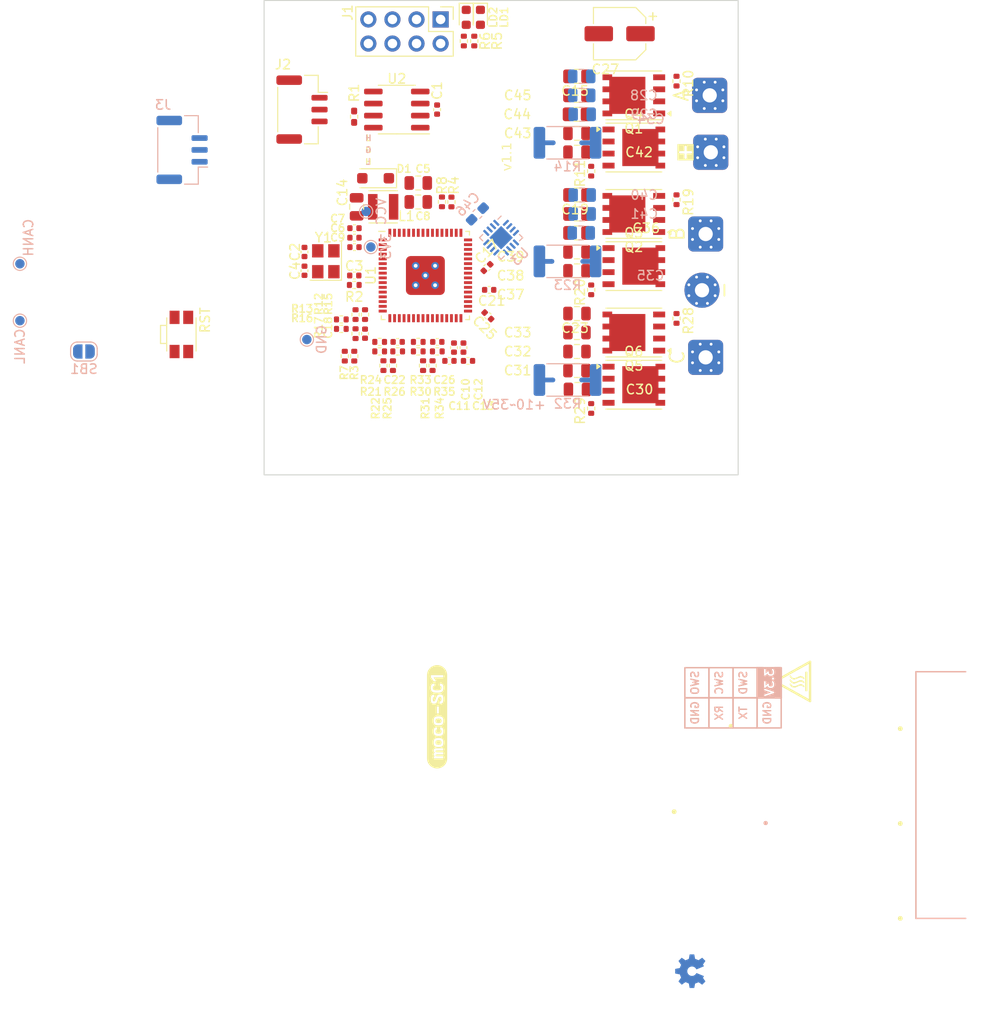
<source format=kicad_pcb>
(kicad_pcb (version 20240108) (generator "pcbnew") (generator_version "8.0")
  (title_block (title "moco-SC1") (rev "1.1") (comment 1 "BLDC motor controller/driver") (comment 2 "STSPIN32G4 MCU/Gate driver and CSD88584Q5DC Dual N-MOSFET") (comment 3 "Open source hardware, CERN-OHL-P v2") (comment 4 "https://github.com/ziteh/moco"))
  (layers (0 "F.Cu" mixed) (1 "In1.Cu" power) (2 "In2.Cu" signal) (31 "B.Cu" mixed) (34 "B.Paste" user) (35 "F.Paste" user) (36 "B.SilkS" user "B.Silkscreen") (37 "F.SilkS" user "F.Silkscreen") (38 "B.Mask" user) (39 "F.Mask" user) (44 "Edge.Cuts" user))
  (net 0 "")
  (net 1 "VCC")
  (net 2 "GND")
  (net 6 "VBUS")
  (net 7 "/Power Stage/OUTA")
  (net 8 "Net-(U1C-BOOT1)")
  (net 13 "/OPAMP1_VOUT")
  (net 14 "/OPAMP1_VINM")
  (net 15 "+3.3V")
  (net 16 "/Power Stage/OUTB")
  (net 19 "Net-(U1D-BOOT2)")
  (net 20 "/OPAMP2_VOUT")
  (net 22 "/OPAMP2_VINM")
  (net 23 "/Power Stage/OUTC")
  (net 24 "Net-(U1E-BOOT3)")
  (net 25 "/OPAMP3_VOUT")
  (net 26 "/OPAMP3_VINM")
  (net 27 "/OSC_IN")
  (net 29 "/OSC_OUT")
  (net 30 "/~{RESET}")
  (net 31 "Net-(D1-K)")
  (net 32 "/CANH")
  (net 35 "/CANL")
  (net 36 "/SWDIO")
  (net 37 "/USART_RX")
  (net 38 "/SWCLK")
  (net 39 "/USART_TX")
  (net 40 "/SWO")
  (net 41 "Net-(LD1-A)")
  (net 42 "Net-(LD2-A)")
  (net 43 "/Power Stage/RSA+")
  (net 45 "/Power Stage/S2A")
  (net 46 "/Power Stage/RSA-")
  (net 47 "/Power Stage/RSB+")
  (net 48 "/Power Stage/S2B")
  (net 49 "/Power Stage/RSB-")
  (net 50 "/Power Stage/RSC+")
  (net 51 "/Power Stage/S2C")
  (net 53 "/Power Stage/RSC-")
  (net 55 "Net-(Q1-G)")
  (net 56 "Net-(Q2-G)")
  (net 57 "Net-(U1C-GHS1)")
  (net 58 "Net-(U1C-GLS1)")
  (net 59 "/OPAMP1_VINP")
  (net 60 "Net-(U1D-GHS2)")
  (net 61 "Net-(U1D-GLS2)")
  (net 62 "/OPAMP2_VINP")
  (net 63 "Net-(U1E-GHS3)")
  (net 64 "Net-(U1E-GLS3)")
  (net 65 "/OPAMP3_VINP")
  (net 66 "/SCREF")
  (net 67 "/V_{BUS}_SENSE")
  (net 68 "/USER_LED")
  (net 69 "/CAN_RX")
  (net 70 "/CAN_TX")
  (net 71 "/SPI_SCLK")
  (net 72 "/SPI_MISO")
  (net 73 "/SPI_MOSI")
  (net 74 "/SPI_~{CS}_RS")
  (net 75 "/Rotary Sensor/A")
  (net 76 "/Rotary Sensor/Z")
  (net 77 "/Rotary Sensor/B")
  (net 79 "Net-(Q3-G)")
  (net 87 "Net-(Q4-G)")
  (net 88 "Net-(Q5-G)")
  (net 89 "Net-(Q6-G)")
  (net 90 "Net-(SB1-B)")
  (footprint "moco:wire_rectagnel_3.7mm_D1.5mm" (layer "F.Cu") (at 132.114181 51 90)
    (property "Reference" "J4" (hide yes))
    (property "Value" "V+" (hide yes))
    (fp_text user "+" (at 0 -2.55 -90) (layer "F.SilkS" knockout) (effects (font (size 1.5 1.5) (thickness 0.25) (bold yes))))
    (pad "1" thru_hole circle (at -1.385819 -0.574025 112.5) (size 0.7 0.7) (drill 0.3) (layers "*.Cu" "*.Mask") (net 6 "VBUS"))
    (pad "1" thru_hole circle (at -1.385819 0.574025 112.5) (size 0.7 0.7) (drill 0.3) (layers "*.Cu" "*.Mask") (net 6 "VBUS"))
    (pad "1" thru_hole circle (at -0.574025 -1.385819 112.5) (size 0.7 0.7) (drill 0.3) (layers "*.Cu" "*.Mask") (net 6 "VBUS"))
    (pad "1" thru_hole circle (at -0.574025 1.385819 112.5) (size 0.7 0.7) (drill 0.3) (layers "*.Cu" "*.Mask") (net 6 "VBUS"))
    (pad "1" thru_hole roundrect (at 0 0 90) (size 3.7 3.7) (drill 1.5) (layers "*.Cu" "*.Mask") (roundrect_rratio 0.15) (net 6 "VBUS"))
    (pad "1" thru_hole circle (at 0.574025 -1.385819 112.5) (size 0.7 0.7) (drill 0.3) (layers "*.Cu" "*.Mask") (net 6 "VBUS"))
    (pad "1" thru_hole circle (at 0.574025 1.385819 112.5) (size 0.7 0.7) (drill 0.3) (layers "*.Cu" "*.Mask") (net 6 "VBUS"))
    (pad "1" thru_hole circle (at 1.385819 -0.574025 112.5) (size 0.7 0.7) (drill 0.3) (layers "*.Cu" "*.Mask") (net 6 "VBUS"))
    (pad "1" thru_hole circle (at 1.385819 0.574025 112.5) (size 0.7 0.7) (drill 0.3) (layers "*.Cu" "*.Mask") (net 6 "VBUS"))
  )
  (footprint "Resistor_SMD:R_0402_1005Metric" (layer "F.Cu") (at 94.647499 68.107501 -90)
    (property "Reference" "R12" (at -1.12 3.885 90) (layer "F.SilkS") (effects (font (size 0.8 0.8))))
    (property "Value" "24k" (hide yes))
    (pad "1" smd roundrect (at -0.51 0 270) (size 0.54 0.64) (layers "F.Cu" "F.Paste" "F.Mask") (net 15 "+3.3V"))
    (pad "2" smd roundrect (at 0.51 0 270) (size 0.54 0.64) (layers "F.Cu" "F.Paste" "F.Mask") (net 59 "/OPAMP1_VINP"))
  )
  (footprint "Package_SO:PowerPAK_SO-8_Single" (layer "F.Cu") (at 124 57.5 180)
    (property "Reference" "Q2" (at 0 -3.5 180) (layer "F.SilkS"))
    (property "Value" "SiDR390DP")
    (pad "1" smd rect (at -2.67 -1.905 180) (size 1.27 0.61) (layers "F.Cu" "F.Paste" "F.Mask") (net 16 "/Power Stage/OUTB"))
    (pad "2" smd rect (at -2.67 -0.635 180) (size 1.27 0.61) (layers "F.Cu" "F.Paste" "F.Mask") (net 16 "/Power Stage/OUTB"))
    (pad "3" smd rect (at -2.67 0.635 180) (size 1.27 0.61) (layers "F.Cu" "F.Paste" "F.Mask") (net 16 "/Power Stage/OUTB"))
    (pad "4" smd rect (at -2.67 1.905 180) (size 1.27 0.61) (layers "F.Cu" "F.Paste" "F.Mask") (net 56 "Net-(Q2-G)"))
    (pad "5" smd rect (at 0.69 0 180) (size 3.81 3.91) (layers "F.Cu" "F.Paste" "F.Mask") (net 6 "VBUS"))
    (pad "5" smd rect (at 2.795 -1.905 180) (size 1.02 0.61) (layers "F.Cu" "F.Paste" "F.Mask") (net 6 "VBUS"))
    (pad "5" smd rect (at 2.795 -0.635 180) (size 1.02 0.61) (layers "F.Cu" "F.Paste" "F.Mask") (net 6 "VBUS"))
    (pad "5" smd rect (at 2.795 0.635 180) (size 1.02 0.61) (layers "F.Cu" "F.Paste" "F.Mask") (net 6 "VBUS"))
    (pad "5" smd rect (at 2.795 1.905 180) (size 1.02 0.61) (layers "F.Cu" "F.Paste" "F.Mask") (net 6 "VBUS"))
  )
  (footprint "Capacitor_SMD:C_0805_2012Metric" (layer "F.Cu") (at 118 45 180)
    (property "Reference" "C45" (at 6.25 0 180) (layer "F.SilkS"))
    (property "Value" "10uF/50V" (hide yes))
    (pad "1" smd roundrect (at -0.95 0 180) (size 1 1.45) (layers "F.Cu" "F.Paste" "F.Mask") (net 6 "VBUS"))
    (pad "2" smd roundrect (at 0.95 0 180) (size 1 1.45) (layers "F.Cu" "F.Paste" "F.Mask") (net 2 "GND"))
  )
  (footprint "moco:wire_rectagnel_3.7mm_D1.5mm" (layer "F.Cu") (at 132 45 90)
    (property "Reference" "J6" (hide yes))
    (property "Value" "A" (hide yes))
    (fp_text user "A" (at 0 -3 90) (layer "F.SilkS") (effects (font (size 1.5 1.5) (thickness 0.18))))
    (pad "1" thru_hole circle (at -1.385819 -0.574025 112.5) (size 0.7 0.7) (drill 0.3) (layers "*.Cu" "*.Mask") (net 7 "/Power Stage/OUTA"))
    (pad "1" thru_hole circle (at -1.385819 0.574025 112.5) (size 0.7 0.7) (drill 0.3) (layers "*.Cu" "*.Mask") (net 7 "/Power Stage/OUTA"))
    (pad "1" thru_hole circle (at -0.574025 -1.385819 112.5) (size 0.7 0.7) (drill 0.3) (layers "*.Cu" "*.Mask") (net 7 "/Power Stage/OUTA"))
    (pad "1" thru_hole circle (at -0.574025 1.385819 112.5) (size 0.7 0.7) (drill 0.3) (layers "*.Cu" "*.Mask") (net 7 "/Power Stage/OUTA"))
    (pad "1" thru_hole roundrect (at 0 0 90) (size 3.7 3.7) (drill 1.5) (layers "*.Cu" "*.Mask") (roundrect_rratio 0.15) (net 7 "/Power Stage/OUTA"))
    (pad "1" thru_hole circle (at 0.574025 -1.385819 112.5) (size 0.7 0.7) (drill 0.3) (layers "*.Cu" "*.Mask") (net 7 "/Power Stage/OUTA"))
    (pad "1" thru_hole circle (at 0.574025 1.385819 112.5) (size 0.7 0.7) (drill 0.3) (layers "*.Cu" "*.Mask") (net 7 "/Power Stage/OUTA"))
    (pad "1" thru_hole circle (at 1.385819 -0.574025 112.5) (size 0.7 0.7) (drill 0.3) (layers "*.Cu" "*.Mask") (net 7 "/Power Stage/OUTA"))
    (pad "1" thru_hole circle (at 1.385819 0.574025 112.5) (size 0.7 0.7) (drill 0.3) (layers "*.Cu" "*.Mask") (net 7 "/Power Stage/OUTA"))
  )
  (footprint "Package_SO:PowerPAK_SO-8_Single" (layer "F.Cu") (at 124 70 180)
    (property "Reference" "Q5" (at 0 -3.5 180) (layer "F.SilkS"))
    (property "Value" "SiDR390DP")
    (pad "1" smd rect (at -2.67 -1.905 180) (size 1.27 0.61) (layers "F.Cu" "F.Paste" "F.Mask") (net 23 "/Power Stage/OUTC"))
    (pad "2" smd rect (at -2.67 -0.635 180) (size 1.27 0.61) (layers "F.Cu" "F.Paste" "F.Mask") (net 23 "/Power Stage/OUTC"))
    (pad "3" smd rect (at -2.67 0.635 180) (size 1.27 0.61) (layers "F.Cu" "F.Paste" "F.Mask") (net 23 "/Power Stage/OUTC"))
    (pad "4" smd rect (at -2.67 1.905 180) (size 1.27 0.61) (layers "F.Cu" "F.Paste" "F.Mask") (net 88 "Net-(Q5-G)"))
    (pad "5" smd rect (at 0.69 0 180) (size 3.81 3.91) (layers "F.Cu" "F.Paste" "F.Mask") (net 6 "VBUS"))
    (pad "5" smd rect (at 2.795 -1.905 180) (size 1.02 0.61) (layers "F.Cu" "F.Paste" "F.Mask") (net 6 "VBUS"))
    (pad "5" smd rect (at 2.795 -0.635 180) (size 1.02 0.61) (layers "F.Cu" "F.Paste" "F.Mask") (net 6 "VBUS"))
    (pad "5" smd rect (at 2.795 0.635 180) (size 1.02 0.61) (layers "F.Cu" "F.Paste" "F.Mask") (net 6 "VBUS"))
    (pad "5" smd rect (at 2.795 1.905 180) (size 1.02 0.61) (layers "F.Cu" "F.Paste" "F.Mask") (net 6 "VBUS"))
  )
  (footprint "LED_SMD:LED_0603_1608Metric" (layer "F.Cu") (at 106.32 36.775 -90)
    (property "Reference" "LD2" (at 0 -2.85 90) (layer "F.SilkS") (effects (font (size 0.8 0.8))))
    (property "Value" "Blue" (hide yes))
    (pad "1" smd roundrect (at -0.7875 0 270) (size 0.875 0.95) (layers "F.Cu" "F.Paste" "F.Mask") (net 2 "GND"))
    (pad "2" smd roundrect (at 0.7875 0 270) (size 0.875 0.95) (layers "F.Cu" "F.Paste" "F.Mask") (net 42 "Net-(LD2-A)"))
  )
  (footprint "Capacitor_SMD:C_0805_2012Metric" (layer "F.Cu") (at 118 43)
    (property "Reference" "C15" (at -0.2 1.525 360) (layer "F.SilkS"))
    (property "Value" "220nF/50V" (hide yes))
    (pad "1" smd roundrect (at -0.95 0) (size 1 1.45) (layers "F.Cu" "F.Paste" "F.Mask") (net 2 "GND"))
    (pad "2" smd roundrect (at 0.95 0) (size 1 1.45) (layers "F.Cu" "F.Paste" "F.Mask") (net 6 "VBUS"))
  )
  (footprint "Capacitor_SMD:C_0402_1005Metric" (layer "F.Cu") (at 95.647499 70.117501 -90)
    (property "Reference" "C18" (at -0.63 3.885 90) (layer "F.SilkS") (effects (font (size 0.8 0.8))))
    (property "Value" "1nF" (hide yes))
    (pad "1" smd roundrect (at -0.48 0 270) (size 0.56 0.62) (layers "F.Cu" "F.Paste" "F.Mask") (net 13 "/OPAMP1_VOUT"))
    (pad "2" smd roundrect (at 0.48 0 270) (size 0.56 0.62) (layers "F.Cu" "F.Paste" "F.Mask") (net 14 "/OPAMP1_VINM"))
  )
  (footprint "Resistor_SMD:R_0402_1005Metric" (layer "F.Cu") (at 97.189999 70.987501 180)
    (property "Reference" "R24" (at 0.9275 -4 0) (layer "F.SilkS") (effects (font (size 0.8 0.8))))
    (property "Value" "24k" (hide yes))
    (pad "1" smd roundrect (at -0.51 0 180) (size 0.54 0.64) (layers "F.Cu" "F.Paste" "F.Mask") (net 62 "/OPAMP2_VINP"))
    (pad "2" smd roundrect (at 0.51 0 180) (size 0.54 0.64) (layers "F.Cu" "F.Paste" "F.Mask") (net 2 "GND"))
  )
  (footprint "MountingHole:MountingHole_3.2mm_M3_ISO14580" (layer "F.Cu") (at 89 81 90)
    (property "Reference" "H4" (hide yes))
    (property "Value" "MountingHole" (hide yes))
    (pad "" np_thru_hole circle (at 0 0 90) (size 3.2 3.2) (drill 3.2) (layers "F&B.Cu" "*.Mask") (clearance 0.6))
  )
  (footprint "moco:wire_rectagnel_3.7mm_D1.5mm" (layer "F.Cu") (at 131.574025 72.614181)
    (property "Reference" "J8" (hide yes))
    (property "Value" "C" (hide yes))
    (fp_text user "C" (at -3 0 90) (layer "F.SilkS") (effects (font (size 1.5 1.5) (thickness 0.18))))
    (pad "1" thru_hole circle (at -1.385819 -0.574025 22.5) (size 0.7 0.7) (drill 0.3) (layers "*.Cu" "*.Mask") (net 23 "/Power Stage/OUTC"))
    (pad "1" thru_hole circle (at -1.385819 0.574025 22.5) (size 0.7 0.7) (drill 0.3) (layers "*.Cu" "*.Mask") (net 23 "/Power Stage/OUTC"))
    (pad "1" thru_hole circle (at -0.574025 -1.385819 22.5) (size 0.7 0.7) (drill 0.3) (layers "*.Cu" "*.Mask") (net 23 "/Power Stage/OUTC"))
    (pad "1" thru_hole circle (at -0.574025 1.385819 22.5) (size 0.7 0.7) (drill 0.3) (layers "*.Cu" "*.Mask") (net 23 "/Power Stage/OUTC"))
    (pad "1" thru_hole roundrect (at 0 0) (size 3.7 3.7) (drill 1.5) (layers "*.Cu" "*.Mask") (roundrect_rratio 0.15) (net 23 "/Power Stage/OUTC"))
    (pad "1" thru_hole circle (at 0.574025 -1.385819 22.5) (size 0.7 0.7) (drill 0.3) (layers "*.Cu" "*.Mask") (net 23 "/Power Stage/OUTC"))
    (pad "1" thru_hole circle (at 0.574025 1.385819 22.5) (size 0.7 0.7) (drill 0.3) (layers "*.Cu" "*.Mask") (net 23 "/Power Stage/OUTC"))
    (pad "1" thru_hole circle (at 1.385819 -0.574025 22.5) (size 0.7 0.7) (drill 0.3) (layers "*.Cu" "*.Mask") (net 23 "/Power Stage/OUTC"))
    (pad "1" thru_hole circle (at 1.385819 0.574025 22.5) (size 0.7 0.7) (drill 0.3) (layers "*.Cu" "*.Mask") (net 23 "/Power Stage/OUTC"))
  )
  (footprint "Package_SO:PowerPAK_SO-8_Single" (layer "F.Cu") (at 124 75.5)
    (property "Reference" "Q6" (at 0 -3.5 0) (layer "F.SilkS"))
    (property "Value" "SiDR390DP")
    (pad "1" smd rect (at -2.67 -1.905) (size 1.27 0.61) (layers "F.Cu" "F.Paste" "F.Mask") (net 51 "/Power Stage/S2C"))
    (pad "2" smd rect (at -2.67 -0.635) (size 1.27 0.61) (layers "F.Cu" "F.Paste" "F.Mask") (net 51 "/Power Stage/S2C"))
    (pad "3" smd rect (at -2.67 0.635) (size 1.27 0.61) (layers "F.Cu" "F.Paste" "F.Mask") (net 51 "/Power Stage/S2C"))
    (pad "4" smd rect (at -2.67 1.905) (size 1.27 0.61) (layers "F.Cu" "F.Paste" "F.Mask") (net 89 "Net-(Q6-G)"))
    (pad "5" smd rect (at 0.69 0) (size 3.81 3.91) (layers "F.Cu" "F.Paste" "F.Mask") (net 23 "/Power Stage/OUTC"))
    (pad "5" smd rect (at 2.795 -1.905) (size 1.02 0.61) (layers "F.Cu" "F.Paste" "F.Mask") (net 23 "/Power Stage/OUTC"))
    (pad "5" smd rect (at 2.795 -0.635) (size 1.02 0.61) (layers "F.Cu" "F.Paste" "F.Mask") (net 23 "/Power Stage/OUTC"))
    (pad "5" smd rect (at 2.795 0.635) (size 1.02 0.61) (layers "F.Cu" "F.Paste" "F.Mask") (net 23 "/Power Stage/OUTC"))
    (pad "5" smd rect (at 2.795 1.905) (size 1.02 0.61) (layers "F.Cu" "F.Paste" "F.Mask") (net 23 "/Power Stage/OUTC"))
  )
  (footprint "Resistor_SMD:R_0402_1005Metric" (layer "F.Cu") (at 101.769999 73.487501 90)
    (property "Reference" "R31" (at -4.5 0.2425 90) (layer "F.SilkS") (effects (font (size 0.8 0.8))))
    (property "Value" "1.78k" (hide yes))
    (pad "1" smd roundrect (at -0.51 0 90) (size 0.54 0.64) (layers "F.Cu" "F.Paste" "F.Mask") (net 50 "/Power Stage/RSC+"))
    (pad "2" smd roundrect (at 0.51 0 90) (size 0.54 0.64) (layers "F.Cu" "F.Paste" "F.Mask") (net 65 "/OPAMP3_VINP"))
  )
  (footprint "Capacitor_SMD:C_0805_2012Metric" (layer "F.Cu") (at 101.262499 56.237501)
    (property "Reference" "C8" (at 0.5 1.5 0) (layer "F.SilkS") (effects (font (size 0.8 0.8))))
    (property "Value" "220nF/50V" (hide yes))
    (pad "1" smd roundrect (at -0.95 0) (size 1 1.45) (layers "F.Cu" "F.Paste" "F.Mask") (net 6 "VBUS"))
    (pad "2" smd roundrect (at 0.95 0) (size 1 1.45) (layers "F.Cu" "F.Paste" "F.Mask") (net 2 "GND"))
  )
  (footprint "Connector_PinHeader_2.54mm:PinHeader_2x04_P2.54mm_Vertical" (layer "F.Cu") (at 103.62 37 -90)
    (property "Reference" "J1" (at -0.725 9.8 90) (layer "F.SilkS"))
    (property "Value" "Debug" (hide yes))
    (pad "1" thru_hole rect (at 0 0 270) (size 1.7 1.7) (drill 1) (layers "*.Cu" "*.Mask") (net 15 "+3.3V"))
    (pad "2" thru_hole oval (at 2.54 0 270) (size 1.7 1.7) (drill 1) (layers "*.Cu" "*.Mask") (net 2 "GND"))
    (pad "3" thru_hole oval (at 0 2.54 270) (size 1.7 1.7) (drill 1) (layers "*.Cu" "*.Mask") (net 36 "/SWDIO"))
    (pad "4" thru_hole oval (at 2.54 2.54 270) (size 1.7 1.7) (drill 1) (layers "*.Cu" "*.Mask") (net 39 "/USART_TX"))
    (pad "5" thru_hole oval (at 0 5.08 270) (size 1.7 1.7) (drill 1) (layers "*.Cu" "*.Mask") (net 38 "/SWCLK"))
    (pad "6" thru_hole oval (at 2.54 5.08 270) (size 1.7 1.7) (drill 1) (layers "*.Cu" "*.Mask") (net 37 "/USART_RX"))
    (pad "7" thru_hole oval (at 0 7.62 270) (size 1.7 1.7) (drill 1) (layers "*.Cu" "*.Mask") (net 40 "/SWO"))
    (pad "8" thru_hole oval (at 2.54 7.62 270) (size 1.7 1.7) (drill 1) (layers "*.Cu" "*.Mask") (net 2 "GND"))
  )
  (footprint "Capacitor_SMD:C_0805_2012Metric" (layer "F.Cu") (at 118 74 180)
    (property "Reference" "C31" (at 6.25 0 180) (layer "F.SilkS"))
    (property "Value" "10uF/50V" (hide yes))
    (pad "1" smd roundrect (at -0.95 0 180) (size 1 1.45) (layers "F.Cu" "F.Paste" "F.Mask") (net 6 "VBUS"))
    (pad "2" smd roundrect (at 0.95 0 180) (size 1 1.45) (layers "F.Cu" "F.Paste" "F.Mask") (net 2 "GND"))
  )
  (footprint "Resistor_SMD:R_0402_1005Metric" (layer "F.Cu") (at 104.762499 56.237501 -90)
    (property "Reference" "R4" (at -1.75 -0.25 90) (layer "F.SilkS"))
    (property "Value" "22k" (hide yes))
    (pad "1" smd roundrect (at -0.51 0 270) (size 0.54 0.64) (layers "F.Cu" "F.Paste" "F.Mask") (net 15 "+3.3V"))
    (pad "2" smd roundrect (at 0.51 0 270) (size 0.54 0.64) (layers "F.Cu" "F.Paste" "F.Mask") (net 66 "/SCREF"))
  )
  (footprint "Capacitor_SMD:C_0805_2012Metric" (layer "F.Cu") (at 118 72 180)
    (property "Reference" "C32" (at 6.25 0 180) (layer "F.SilkS"))
    (property "Value" "10uF/50V" (hide yes))
    (pad "1" smd roundrect (at -0.95 0 180) (size 1 1.45) (layers "F.Cu" "F.Paste" "F.Mask") (net 6 "VBUS"))
    (pad "2" smd roundrect (at 0.95 0 180) (size 1 1.45) (layers "F.Cu" "F.Paste" "F.Mask") (net 2 "GND"))
  )
  (footprint "Capacitor_SMD:C_0402_1005Metric" (layer "F.Cu") (at 106.509999 72.987501)
    (property "Reference" "C13" (at 1.595 4.75 0) (layer "F.SilkS") (effects (font (size 0.8 0.8))))
    (property "Value" "1uF" (hide yes))
    (pad "1" smd roundrect (at -0.48 0) (size 0.56 0.62) (layers "F.Cu" "F.Paste" "F.Mask") (net 2 "GND"))
    (pad "2" smd roundrect (at 0.48 0) (size 0.56 0.62) (layers "F.Cu" "F.Paste" "F.Mask") (net 15 "+3.3V"))
  )
  (footprint "Resistor_SMD:R_0402_1005Metric" (layer "F.Cu") (at 94.647499 70.117501 90)
    (property "Reference" "R17" (at 0.63 -3.885 90) (layer "F.SilkS") (effects (font (size 0.8 0.8))))
    (property "Value" "12k" (hide yes))
    (pad "1" smd roundrect (at -0.51 0 90) (size 0.54 0.64) (layers "F.Cu" "F.Paste" "F.Mask") (net 14 "/OPAMP1_VINM"))
    (pad "2" smd roundrect (at 0.51 0 90) (size 0.54 0.64) (layers "F.Cu" "F.Paste" "F.Mask") (net 13 "/OPAMP1_VOUT"))
  )
  (footprint "MountingHole:MountingHole_3.2mm_M3_ISO14580" (layer "F.Cu") (at 89 39 90)
    (property "Reference" "H3" (hide yes))
    (property "Value" "MountingHole" (hide yes))
    (pad "" np_thru_hole circle (at 0 0 90) (size 3.2 3.2) (drill 3.2) (layers "F&B.Cu" "*.Mask") (clearance 0.6))
  )
  (footprint "Resistor_SMD:R_0402_1005Metric" (layer "F.Cu") (at 103.762499 56.227501 -90)
    (property "Reference" "R8" (at -1.74 0 90) (layer "F.SilkS"))
    (property "Value" "10k" (hide yes))
    (pad "1" smd roundrect (at -0.51 0 270) (size 0.54 0.64) (layers "F.Cu" "F.Paste" "F.Mask") (net 66 "/SCREF"))
    (pad "2" smd roundrect (at 0.51 0 270) (size 0.54 0.64) (layers "F.Cu" "F.Paste" "F.Mask") (net 2 "GND"))
  )
  (footprint "Capacitor_SMD:C_0402_1005Metric" (layer "F.Cu") (at 108.601899 68.237501 135)
    (property "Reference" "C25" (at -0.643891 -1.123876 135) (layer "F.SilkS"))
    (property "Value" "100nF/50V" (hide yes))
    (pad "1" smd roundrect (at -0.48 0 135) (size 0.56 0.62) (layers "F.Cu" "F.Paste" "F.Mask") (net 23 "/Power Stage/OUTC"))
    (pad "2" smd roundrect (at 0.48 0 135) (size 0.56 0.62) (layers "F.Cu" "F.Paste" "F.Mask") (net 24 "Net-(U1E-BOOT3)"))
  )
  (footprint "Capacitor_SMD:C_0402_1005Metric" (layer "F.Cu") (at 105.029999 71.587501 90)
    (property "Reference" "C10" (at -4.4 1.2325 90) (layer "F.SilkS") (effects (font (size 0.8 0.8))))
    (property "Value" "100nF" (hide yes))
    (pad "1" smd roundrect (at -0.48 0 90) (size 0.56 0.62) (layers "F.Cu" "F.Paste" "F.Mask") (net 2 "GND"))
    (pad "2" smd roundrect (at 0.48 0 90) (size 0.56 0.62) (layers "F.Cu" "F.Paste" "F.Mask") (net 15 "+3.3V"))
  )
  (footprint "Capacitor_SMD:C_0805_2012Metric" (layer "F.Cu") (at 118 63.5 180)
    (property "Reference" "C36" (at -7.3 4.5 180) (layer "F.SilkS"))
    (property "Value" "10uF/50V" (hide yes))
    (pad "1" smd roundrect (at -0.95 0 180) (size 1 1.45) (layers "F.Cu" "F.Paste" "F.Mask") (net 6 "VBUS"))
    (pad "2" smd roundrect (at 0.95 0 180) (size 1 1.45) (layers "F.Cu" "F.Paste" "F.Mask") (net 2 "GND"))
  )
  (footprint "Resistor_SMD:R_0402_1005Metric" (layer "F.Cu") (at 101.259999 71.987501)
    (property "Reference" "R30" (at 0.2525 4.25 0) (layer "F.SilkS") (effects (font (size 0.8 0.8))))
    (property "Value" "24k" (hide yes))
    (pad "1" smd roundrect (at -0.51 0) (size 0.54 0.64) (layers "F.Cu" "F.Paste" "F.Mask") (net 15 "+3.3V"))
    (pad "2" smd roundrect (at 0.51 0) (size 0.54 0.64) (layers "F.Cu" "F.Paste" "F.Mask") (net 65 "/OPAMP3_VINP"))
  )
  (footprint "Capacitor_SMD:C_0805_2012Metric" (layer "F.Cu") (at 94.762499 56.750001 90)
    (property "Reference" "C14" (at 1.5125 -1.5 90) (layer "F.SilkS"))
    (property "Value" "10uF" (hide yes))
    (pad "1" smd roundrect (at -0.95 0 90) (size 1 1.45) (layers "F.Cu" "F.Paste" "F.Mask") (net 1 "VCC"))
    (pad "2" smd roundrect (at 0.95 0 90) (size 1 1.45) (layers "F.Cu" "F.Paste" "F.Mask") (net 2 "GND"))
  )
  (footprint "Resistor_SMD:R_0402_1005Metric" (layer "F.Cu") (at 107.17 39.275 90)
    (property "Reference" "R5" (at 0 2.4 90) (layer "F.SilkS"))
    (property "Value" "1k" (hide yes))
    (pad "1" smd roundrect (at -0.51 0 90) (size 0.54 0.64) (layers "F.Cu" "F.Paste" "F.Mask") (net 68 "/USER_LED"))
    (pad "2" smd roundrect (at 0.51 0 90) (size 0.54 0.64) (layers "F.Cu" "F.Paste" "F.Mask") (net 41 "Net-(LD1-A)"))
  )
  (footprint "Capacitor_SMD:C_0402_1005Metric" (layer "F.Cu") (at 94.512499 63.987501 180)
    (property "Reference" "C3" (at 0 1 0) (layer "F.SilkS"))
    (property "Value" "100nF" (hide yes))
    (pad "1" smd roundrect (at -0.48 0 180) (size 0.56 0.62) (layers "F.Cu" "F.Paste" "F.Mask") (net 30 "/~{RESET}"))
    (pad "2" smd roundrect (at 0.48 0 180) (size 0.56 0.62) (layers "F.Cu" "F.Paste" "F.Mask") (net 2 "GND"))
  )
  (footprint "Capacitor_SMD:C_0805_2012Metric" (layer "F.Cu") (at 118 57.5 180)
    (property "Reference" "C39" (at 7 -4.5 180) (layer "F.SilkS"))
    (property "Value" "10uF/50V" (hide yes))
    (pad "1" smd roundrect (at -0.95 0 180) (size 1 1.45) (layers "F.Cu" "F.Paste" "F.Mask") (net 6 "VBUS"))
    (pad "2" smd roundrect (at 0.95 0 180) (size 1 1.45) (layers "F.Cu" "F.Paste" "F.Mask") (net 2 "GND"))
  )
  (footprint "Resistor_SMD:R_0402_1005Metric" (layer "F.Cu") (at 119.5 52.99 90)
    (property "Reference" "R11" (at -0.25 -1.17 270) (layer "F.SilkS"))
    (property "Value" "10R" (hide yes))
    (pad "1" smd roundrect (at -0.51 0 90) (size 0.54 0.64) (layers "F.Cu" "F.Paste" "F.Mask") (net 58 "Net-(U1C-GLS1)"))
    (pad "2" smd roundrect (at 0.51 0 90) (size 0.54 0.64) (layers "F.Cu" "F.Paste" "F.Mask") (net 87 "Net-(Q4-G)"))
  )
  (footprint "Button_Switch_SMD:SW_SPST_EVQP7C" (layer "F.Cu") (at 76.28 70.2 -90)
    (property "Reference" "SW1" (hide yes))
    (property "Value" "RESET" (hide yes))
    (fp_text user "RST" (at -1.5 -2.5 90) (layer "F.SilkS"))
    (pad "" np_thru_hole circle (at 0 -0.9 270) (size 0.7 0.7) (drill 0.7) (layers "*.Cu" "*.Mask"))
    (pad "" np_thru_hole circle (at 0 0.9 270) (size 0.7 0.7) (drill 0.7) (layers "*.Cu" "*.Mask"))
    (pad "1" smd rect (at -1.8 -0.72 270) (size 1.4 1.05) (layers "F.Cu" "F.Paste" "F.Mask") (net 30 "/~{RESET}"))
    (pad "1" smd rect (at 1.8 -0.72 270) (size 1.4 1.05) (layers "F.Cu" "F.Paste" "F.Mask") (net 30 "/~{RESET}"))
    (pad "2" smd rect (at -1.8 0.72 270) (size 1.4 1.05) (layers "F.Cu" "F.Paste" "F.Mask") (net 2 "GND"))
    (pad "2" smd rect (at 1.8 0.72 270) (size 1.4 1.05) (layers "F.Cu" "F.Paste" "F.Mask") (net 2 "GND"))
  )
  (footprint "Resistor_SMD:R_0402_1005Metric_Pad0.72x0.64mm_HandSolder" (layer "F.Cu") (at 94.5 47.25 90)
    (property "Reference" "R1" (at 2.5 0 90) (layer "F.SilkS"))
    (property "Value" "120R" (hide yes))
    (pad "1" smd roundrect (at -0.5975 0 90) (size 0.715 0.64) (layers "F.Cu" "F.Paste" "F.Mask") (net 90 "Net-(SB1-B)"))
    (pad "2" smd roundrect (at 0.5975 0 90) (size 0.715 0.64) (layers "F.Cu" "F.Paste" "F.Mask") (net 35 "/CANL"))
  )
  (footprint "Capacitor_SMD:C_0805_2012Metric" (layer "F.Cu") (at 101.262499 54.237501)
    (property "Reference" "C5" (at 0.5 -1.5 0) (layer "F.SilkS") (effects (font (size 0.8 0.8))))
    (property "Value" "10uF/50V" (hide yes))
    (pad "1" smd roundrect (at -0.95 0) (size 1 1.45) (layers "F.Cu" "F.Paste" "F.Mask") (net 6 "VBUS"))
    (pad "2" smd roundrect (at 0.95 0) (size 1 1.45) (layers "F.Cu" "F.Paste" "F.Mask") (net 2 "GND"))
  )
  (footprint "MountingHole:MountingHole_3.2mm_M3_ISO14580" (layer "F.Cu") (at 131 81 90)
    (property "Reference" "H1" (hide yes))
    (property "Value" "MountingHole" (hide yes))
    (pad "" np_thru_hole circle (at 0 0 90) (size 3.2 3.2) (drill 3.2) (layers "F&B.Cu" "*.Mask") (clearance 0.6))
  )
  (footprint "Resistor_SMD:R_0402_1005Metric" (layer "F.Cu") (at 93.147499 69.617501)
    (property "Reference" "R16" (at -4.135 -1.13 0) (layer "F.SilkS") (effects (font (size 0.8 0.8))))
    (property "Value" "1.78k" (hide yes))
    (pad "1" smd roundrect (at -0.51 0) (size 0.54 0.64) (layers "F.Cu" "F.Paste" "F.Mask") (net 46 "/Power Stage/RSA-"))
    (pad "2" smd roundrect (at 0.51 0) (size 0.54 0.64) (layers "F.Cu" "F.Paste" "F.Mask") (net 14 "/OPAMP1_VINM"))
  )
  (footprint "Capacitor_SMD:C_0402_1005Metric" (layer "F.Cu") (at 99.089999 70.987501)
    (property "Reference" "C22" (at -0.3275 4 0) (layer "F.SilkS") (effects (font (size 0.8 0.8))))
    (property "Value" "1nF" (hide yes))
    (pad "1" smd roundrect (at -0.48 0) (size 0.56 0.62) (layers "F.Cu" "F.Paste" "F.Mask") (net 20 "/OPAMP2_VOUT"))
    (pad "2" smd roundrect (at 0.48 0) (size 0.56 0.62) (layers "F.Cu" "F.Paste" "F.Mask") (net 22 "/OPAMP2_VINM"))
  )
  (footprint "Resistor_SMD:R_0402_1005Metric" (layer "F.Cu") (at 102.769999 73.487501 90)
    (property "Reference" "R34" (at -4.5 0.7425 90) (layer "F.SilkS") (effects (font (size 0.8 0.8))))
    (property "Value" "1.78k" (hide yes))
    (pad "1" smd roundrect (at -0.51 0 90) (size 0.54 0.64) (layers "F.Cu" "F.Paste" "F.Mask") (net 53 "/Power Stage/RSC-"))
    (pad "2" smd roundrect (at 0.51 0 90) (size 0.54 0.64) (layers "F.Cu" "F.Paste" "F.Mask") (net 26 "/OPAMP3_VINM"))
  )
  (footprint "Resistor_SMD:R_0402_1005Metric" (layer "F.Cu") (at 98.589999 73.487501 90)
    (property "Reference" "R25" (at -4.5 -0.5775 90) (layer "F.SilkS") (effects (font (size 0.8 0.8))))
    (property "Value" "1.78k" (hide yes))
    (pad "1" smd roundrect (at -0.51 0 90) (size 0.54 0.64) (layers "F.Cu" "F.Paste" "F.Mask") (net 49 "/Power Stage/RSB-"))
    (pad "2" smd roundrect (at 0.51 0 90) (size 0.54 0.64) (layers "F.Cu" "F.Paste" "F.Mask") (net 22 "/OPAMP2_VINM"))
  )
  (footprint "Resistor_SMD:R_0402_1005Metric" (layer "F.Cu") (at 103.269999 71.987501 180)
    (property "Reference" "R35" (at -0.7425 -4.25 0) (layer "F.SilkS") (effects (font (size 0.8 0.8))))
    (property "Value" "12k" (hide yes))
    (pad "1" smd roundrect (at -0.51 0 180) (size 0.54 0.64) (layers "F.Cu" "F.Paste" "F.Mask") (net 26 "/OPAMP3_VINM"))
    (pad "2" smd roundrect (at 0.51 0 180) (size 0.54 0.64) (layers "F.Cu" "F.Paste" "F.Mask") (net 25 "/OPAMP3_VOUT"))
  )
  (footprint "Capacitor_SMD:C_0805_2012Metric" (layer "F.Cu") (at 118 70 180)
    (property "Reference" "C33" (at 6.25 0 180) (layer "F.SilkS"))
    (property "Value" "10uF/50V" (hide yes))
    (pad "1" smd roundrect (at -0.95 0 180) (size 1 1.45) (layers "F.Cu" "F.Paste" "F.Mask") (net 6 "VBUS"))
    (pad "2" smd roundrect (at 0.95 0 180) (size 1 1.45) (layers "F.Cu" "F.Paste" "F.Mask") (net 2 "GND"))
  )
  (footprint "Resistor_SMD:R_0402_1005Metric" (layer "F.Cu") (at 119.5 78 90)
    (property "Reference" "R29" (at -0.25 -1.17 270) (layer "F.SilkS"))
    (property "Value" "10R" (hide yes))
    (pad "1" smd roundrect (at -0.51 0 90) (size 0.54 0.64) (layers "F.Cu" "F.Paste" "F.Mask") (net 64 "Net-(U1E-GLS3)"))
    (pad "2" smd roundrect (at 0.51 0 90) (size 0.54 0.64) (layers "F.Cu" "F.Paste" "F.Mask") (net 89 "Net-(Q6-G)"))
  )
  (footprint "Resistor_SMD:R_0402_1005Metric" (layer "F.Cu") (at 94.512499 72.487501 -90)
    (property "Reference" "R3" (at 1.75 0 90) (layer "F.SilkS") (effects (font (size 0.8 0.8))))
    (property "Value" "100k" (hide yes))
    (pad "1" smd roundrect (at -0.51 0 270) (size 0.54 0.64) (layers "F.Cu" "F.Paste" "F.Mask") (net 67 "/V_{BUS}_SENSE"))
    (pad "2" smd roundrect (at 0.51 0 270) (size 0.54 0.64) (layers "F.Cu" "F.Paste" "F.Mask") (net 6 "VBUS"))
  )
  (footprint "Capacitor_SMD:CP_Elec_5x5.8" (layer "F.Cu") (at 122.5 38.5 180)
    (property "Reference" "C27" (at 1.5 -3.75 0) (layer "F.SilkS"))
    (property "Value" "22uF/50V" (hide yes))
    (fp_text user "+" (at -3.5 1.75 180) (layer "F.SilkS"))
    (pad "1" smd roundrect (at -2.2 0 180) (size 3 1.6) (layers "F.Cu" "F.Paste" "F.Mask") (roundrect_rratio 0.15625) (net 6 "VBUS"))
    (pad "2" smd roundrect (at 2.2 0 180) (size 3 1.6) (layers "F.Cu" "F.Paste" "F.Mask") (roundrect_rratio 0.15625) (net 2 "GND"))
  )
  (footprint "Capacitor_SMD:C_0805_2012Metric" (layer "F.Cu") (at 118 51 180)
    (property "Reference" "C42" (at -6.55 0 180) (layer "F.SilkS"))
    (property "Value" "10uF/50V" (hide yes))
    (pad "1" smd roundrect (at -0.95 0 180) (size 1 1.45) (layers "F.Cu" "F.Paste" "F.Mask") (net 6 "VBUS"))
    (pad "2" smd roundrect (at 0.95 0 180) (size 1 1.45) (layers "F.Cu" "F.Paste" "F.Mask") (net 2 "GND"))
  )
  (footprint "Capacitor_SMD:C_0805_2012Metric" (layer "F.Cu") (at 118.05 76 180)
    (property "Reference" "C30" (at -6.55 0 180) (layer "F.SilkS"))
    (property "Value" "10uF/50V" (hide yes))
    (pad "1" smd roundrect (at -0.95 0 180) (size 1 1.45) (layers "F.Cu" "F.Paste" "F.Mask") (net 6 "VBUS"))
    (pad "2" smd roundrect (at 0.95 0 180) (size 1 1.45) (layers "F.Cu" "F.Paste" "F.Mask") (net 2 "GND"))
  )
  (footprint "Capacitor_SMD:C_0402_1005Metric" (layer "F.Cu") (at 94.532499 61.000001)
    (property "Reference" "C9" (at -1.77 -1.0125 0) (layer "F.SilkS") (effects (font (size 0.8 0.8))))
    (property "Value" "100nF" (hide yes))
    (pad "1" smd roundrect (at -0.48 0) (size 0.56 0.62) (layers "F.Cu" "F.Paste" "F.Mask") (net 2 "GND"))
    (pad "2" smd roundrect (at 0.48 0) (size 0.56 0.62) (layers "F.Cu" "F.Paste" "F.Mask") (net 15 "+3.3V"))
  )
  (footprint "Package_SO:PowerPAK_SO-8_Single" (layer "F.Cu") (at 124 50.5)
    (property "Reference" "Q4" (at 0 -3.5 0) (layer "F.SilkS"))
    (property "Value" "SiDR390DP")
    (pad "1" smd rect (at -2.67 -1.905) (size 1.27 0.61) (layers "F.Cu" "F.Paste" "F.Mask") (net 45 "/Power Stage/S2A"))
    (pad "2" smd rect (at -2.67 -0.635) (size 1.27 0.61) (layers "F.Cu" "F.Paste" "F.Mask") (net 45 "/Power Stage/S2A"))
    (pad "3" smd rect (at -2.67 0.635) (size 1.27 0.61) (layers "F.Cu" "F.Paste" "F.Mask") (net 45 "/Power Stage/S2A"))
    (pad "4" smd rect (at -2.67 1.905) (size 1.27 0.61) (layers "F.Cu" "F.Paste" "F.Mask") (net 87 "Net-(Q4-G)"))
    (pad "5" smd rect (at 0.69 0) (size 3.81 3.91) (layers "F.Cu" "F.Paste" "F.Mask") (net 7 "/Power Stage/OUTA"))
    (pad "5" smd rect (at 2.795 -1.905) (size 1.02 0.61) (layers "F.Cu" "F.Paste" "F.Mask") (net 7 "/Power Stage/OUTA"))
    (pad "5" smd rect (at 2.795 -0.635) (size 1.02 0.61) (layers "F.Cu" "F.Paste" "F.Mask") (net 7 "/Power Stage/OUTA"))
    (pad "5" smd rect (at 2.795 0.635) (size 1.02 0.61) (layers "F.Cu" "F.Paste" "F.Mask") (net 7 "/Power Stage/OUTA"))
    (pad "5" smd rect (at 2.795 1.905) (size 1.02 0.61) (layers "F.Cu" "F.Paste" "F.Mask") (net 7 "/Power Stage/OUTA"))
  )
  (footprint "Capacitor_SMD:C_0402_1005Metric" (layer "F.Cu") (at 104.549999 72.987501 180)
    (property "Reference" "C11" (at -1.055 -4.75 0) (layer "F.SilkS") (effects (font (size 0.8 0.8))))
    (property "Value" "1uF" (hide yes))
    (pad "1" smd roundrect (at -0.48 0 180) (size 0.56 0.62) (layers "F.Cu" "F.Paste" "F.Mask") (net 2 "GND"))
    (pad "2" smd roundrect (at 0.48 0 180) (size 0.56 0.62) (layers "F.Cu" "F.Paste" "F.Mask") (net 15 "+3.3V"))
  )
  (footprint "Package_SO:PowerPAK_SO-8_Single" (layer "F.Cu") (at 124 45 180)
    (property "Reference" "Q1" (at 0 -3.5 180) (layer "F.SilkS"))
    (property "Value" "SiDR390DP")
    (pad "1" smd rect (at -2.67 -1.905 180) (size 1.27 0.61) (layers "F.Cu" "F.Paste" "F.Mask") (net 7 "/Power Stage/OUTA"))
    (pad "2" smd rect (at -2.67 -0.635 180) (size 1.27 0.61) (layers "F.Cu" "F.Paste" "F.Mask") (net 7 "/Power Stage/OUTA"))
    (pad "3" smd rect (at -2.67 0.635 180) (size 1.27 0.61) (layers "F.Cu" "F.Paste" "F.Mask") (net 7 "/Power Stage/OUTA"))
    (pad "4" smd rect (at -2.67 1.905 180) (size 1.27 0.61) (layers "F.Cu" "F.Paste" "F.Mask") (net 55 "Net-(Q1-G)"))
    (pad "5" smd rect (at 0.69 0 180) (size 3.81 3.91) (layers "F.Cu" "F.Paste" "F.Mask") (net 6 "VBUS"))
    (pad "5" smd rect (at 2.795 -1.905 180) (size 1.02 0.61) (layers "F.Cu" "F.Paste" "F.Mask") (net 6 "VBUS"))
    (pad "5" smd rect (at 2.795 -0.635 180) (size 1.02 0.61) (layers "F.Cu" "F.Paste" "F.Mask") (net 6 "VBUS"))
    (pad "5" smd rect (at 2.795 0.635 180) (size 1.02 0.61) (layers "F.Cu" "F.Paste" "F.Mask") (net 6 "VBUS"))
    (pad "5" smd rect (at 2.795 1.905 180) (size 1.02 0.61) (layers "F.Cu" "F.Paste" "F.Mask") (net 6 "VBUS"))
  )
  (footprint "Package_SO:SOIC-8_3.9x4.9mm_P1.27mm" (layer "F.Cu") (at 99 46.5 180)
    (property "Reference" "U2" (at 0 3.25 180) (layer "F.SilkS"))
    (property "Value" "TCAN337" (hide yes))
    (pad "1" smd roundrect (at -2.475 -1.905 180) (size 1.95 0.6) (layers "F.Cu" "F.Paste" "F.Mask") (net 70 "/CAN_TX"))
    (pad "2" smd roundrect (at -2.475 -0.635 180) (size 1.95 0.6) (layers "F.Cu" "F.Paste" "F.Mask") (net 2 "GND"))
    (pad "3" smd roundrect (at -2.475 0.635 180) (size 1.95 0.6) (layers "F.Cu" "F.Paste" "F.Mask") (net 15 "+3.3V"))
    (pad "4" smd roundrect (at -2.475 1.905 180) (size 1.95 0.6) (layers "F.Cu" "F.Paste" "F.Mask") (net 69 "/CAN_RX"))
    (pad "5" smd roundrect (at 2.475 1.905 180) (size 1.95 0.6) (layers "F.Cu" "F.Paste" "F.Mask"))
    (pad "6" smd roundrect (at 2.475 0.635 180) (size 1.95 0.6) (layers "F.Cu" "F.Paste" "F.Mask") (net 35 "/CANL"))
    (pad "7" smd roundrect (at 2.475 -0.635 180) (size 1.95 0.6) (layers "F.Cu" "F.Paste" "F.Mask") (net 32 "/CANH"))
    (pad "8" smd roundrect (at 2.475 -1.905 180) (size 1.95 0.6) (layers "F.Cu" "F.Paste" "F.Mask"))
  )
  (footprint "Resistor_SMD:R_0402_1005Metric" (layer "F.Cu") (at 97.589999 73.487501 90)
    (property "Reference" "R22" (at -4.5 -0.8275 90) (layer "F.SilkS") (effects (font (size 0.8 0.8))))
    (property "Value" "1.78k" (hide yes))
    (pad "1" smd roundrect (at -0.51 0 90) (size 0.54 0.64) (layers "F.Cu" "F.Paste" "F.Mask") (net 47 "/Power Stage/RSB+"))
    (pad "2" smd roundrect (at 0.51 0 90) (size 0.54 0.64) (layers "F.Cu" "F.Paste" "F.Mask") (net 62 "/OPAMP2_VINP"))
  )
  (footprint "moco:wire_rectagnel_3.7mm_D1.5mm" (layer "F.Cu") (at 131.574025 59.614181)
    (property "Reference" "J7" (hide yes))
    (property "Value" "B" (hide yes))
    (fp_text user "B" (at -3 0 90) (layer "F.SilkS") (effects (font (size 1.5 1.5) (thickness 0.18))))
    (pad "1" thru_hole circle (at -1.385819 -0.574025 22.5) (size 0.7 0.7) (drill 0.3) (layers "*.Cu" "*.Mask") (net 16 "/Power Stage/OUTB"))
    (pad "1" thru_hole circle (at -1.385819 0.574025 22.5) (size 0.7 0.7) (drill 0.3) (layers "*.Cu" "*.Mask") (net 16 "/Power Stage/OUTB"))
    (pad "1" thru_hole circle (at -0.574025 -1.385819 22.5) (size 0.7 0.7) (drill 0.3) (layers "*.Cu" "*.Mask") (net 16 "/Power Stage/OUTB"))
    (pad "1" thru_hole circle (at -0.574025 1.385819 22.5) (size 0.7 0.7) (drill 0.3) (layers "*.Cu" "*.Mask") (net 16 "/Power Stage/OUTB"))
    (pad "1" thru_hole roundrect (at 0 0) (size 3.7 3.7) (drill 1.5) (layers "*.Cu" "*.Mask") (roundrect_rratio 0.15) (net 16 "/Power Stage/OUTB"))
    (pad "1" thru_hole circle (at 0.574025 -1.385819 22.5) (size 0.7 0.7) (drill 0.3) (layers "*.Cu" "*.Mask") (net 16 "/Power Stage/OUTB"))
    (pad "1" thru_hole circle (at 0.574025 1.385819 22.5) (size 0.7 0.7) (drill 0.3) (layers "*.Cu" "*.Mask") (net 16 "/Power Stage/OUTB"))
    (pad "1" thru_hole circle (at 1.385819 -0.574025 22.5) (size 0.7 0.7) (drill 0.3) (layers "*.Cu" "*.Mask") (net 16 "/Power Stage/OUTB"))
    (pad "1" thru_hole circle (at 1.385819 0.574025 22.5) (size 0.7 0.7) (drill 0.3) (layers "*.Cu" "*.Mask") (net 16 "/Power Stage/OUTB"))
  )
  (footprint "Capacitor_SMD:C_0402_1005Metric" (layer "F.Cu") (at 89.262499 61.507501 90)
    (property "Reference" "C2" (at 0 -1 90) (layer "F.SilkS"))
    (property "Value" "6.8pF" (hide yes))
    (pad "1" smd roundrect (at -0.48 0 90) (size 0.56 0.62) (layers "F.Cu" "F.Paste" "F.Mask") (net 2 "GND"))
    (pad "2" smd roundrect (at 0.48 0 90) (size 0.56 0.62) (layers "F.Cu" "F.Paste" "F.Mask") (net 27 "/OSC_IN"))
  )
  (footprint "Capacitor_SMD:C_0805_2012Metric" (layer "F.Cu") (at 118 68)
    (property "Reference" "C23" (at -0.2 1.525 360) (layer "F.SilkS"))
    (property "Value" "220nF/50V" (hide yes))
    (pad "1" smd roundrect (at -0.95 0) (size 1 1.45) (layers "F.Cu" "F.Paste" "F.Mask") (net 2 "GND"))
    (pad "2" smd roundrect (at 0.95 0) (size 1 1.45) (layers "F.Cu" "F.Paste" "F.Mask") (net 6 "VBUS"))
  )
  (footprint "Capacitor_SMD:C_0805_2012Metric" (layer "F.Cu") (at 118 49 180)
    (property "Reference" "C43" (at 6.25 0 180) (layer "F.SilkS"))
    (property "Value" "10uF/50V" (hide yes))
    (pad "1" smd roundrect (at -0.95 0 180) (size 1 1.45) (layers "F.Cu" "F.Paste" "F.Mask") (net 6 "VBUS"))
    (pad "2" smd roundrect (at 0.95 0 180) (size 1 1.45) (layers "F.Cu" "F.Paste" "F.Mask") (net 2 "GND"))
  )
  (footprint "moco:wire_circ_3.7mm_D1.5mm" (layer "F.Cu") (at 131.188206 65.540156)
    (property "Reference" "J5" (hide yes))
    (property "Value" "V-" (hide yes))
    (fp_text user "-" (at 2.25 0 90) (layer "F.SilkS") (effects (font (size 1.5 1.5) (thickness 0.18))))
    (pad "1" thru_hole circle (at -1.385819 -0.574025 22.5) (size 0.7 0.7) (drill 0.3) (layers "*.Cu" "*.Mask") (net 2 "GND"))
    (pad "1" thru_hole circle (at -1.385819 0.574025 22.5) (size 0.7 0.7) (drill 0.3) (layers "*.Cu" "*.Mask") (net 2 "GND"))
    (pad "1" thru_hole circle (at -0.574025 -1.385819 22.5) (size 0.7 0.7) (drill 0.3) (layers "*.Cu" "*.Mask") (net 2 "GND"))
    (pad "1" thru_hole circle (at -0.574025 1.385819 22.5) (size 0.7 0.7) (drill 0.3) (layers "*.Cu" "*.Mask") (net 2 "GND"))
    (pad "1" thru_hole circle (at 0 0) (size 3.7 3.7) (drill 1.5) (layers "*.Cu" "*.Mask") (net 2 "GND"))
    (pad "1" thru_hole circle (at 0.574025 -1.385819 22.5) (size 0.7 0.7) (drill 0.3) (layers "*.Cu" "*.Mask") (net 2 "GND"))
    (pad "1" thru_hole circle (at 0.574025 1.385819 22.5) (size 0.7 0.7) (drill 0.3) (layers "*.Cu" "*.Mask") (net 2 "GND"))
    (pad "1" thru_hole circle (at 1.385819 -0.574025 22.5) (size 0.7 0.7) (drill 0.3) (layers "*.Cu" "*.Mask") (net 2 "GND"))
    (pad "1" thru_hole circle (at 1.385819 0.574025 22.5) (size 0.7 0.7) (drill 0.3) (layers "*.Cu" "*.Mask") (net 2 "GND"))
  )
  (footprint "Capacitor_SMD:C_0402_1005Metric" (layer "F.Cu") (at 108.512499 63.150001 -135)
    (property "Reference" "C17" (at -1.175565 1.175565 45) (layer "F.SilkS"))
    (property "Value" "100nF/50V" (hide yes))
    (pad "1" smd roundrect (at -0.48 0 225) (size 0.56 0.62) (layers "F.Cu" "F.Paste" "F.Mask") (net 7 "/Power Stage/OUTA"))
    (pad "2" smd roundrect (at 0.48 0 225) (size 0.56 0.62) (layers "F.Cu" "F.Paste" "F.Mask") (net 8 "Net-(U1C-BOOT1)"))
  )
  (footprint "Resistor_SMD:R_0402_1005Metric" (layer "F.Cu") (at 106.07 39.275 90)
    (property "Reference" "R6" (at 0 2.25 90) (layer "F.SilkS"))
    (property "Value" "10k" (hide yes))
    (pad "1" smd roundrect (at -0.51 0 90) (size 0.54 0.64) (layers "F.Cu" "F.Paste" "F.Mask") (net 1 "VCC"))
    (pad "2" smd roundrect (at 0.51 0 90) (size 0.54 0.64) (layers "F.Cu" "F.Paste" "F.Mask") (net 42 "Net-(LD2-A)"))
  )
  (footprint "Resistor_SMD:R_0402_1005Metric" (layer "F.Cu") (at 128.5 56 90)
    (property "Reference" "R19" (at -0.25 1.25 270) (layer "F.SilkS"))
    (property "Value" "10R" (hide yes))
    (pad "1" smd roundrect (at -0.51 0 90) (size 0.54 0.64) (layers "F.Cu" "F.Paste" "F.Mask") (net 60 "Net-(U1D-GHS2)"))
    (pad "2" smd roundrect (at 0.51 0 90) (size 0.54 0.64) (layers "F.Cu" "F.Paste" "F.Mask") (net 56 "Net-(Q2-G)"))
  )
  (footprint "Resistor_SMD:R_0402_1005Metric" (layer "F.Cu") (at 128.5 68.51 90)
    (property "Reference" "R28" (at -0.25 1.25 270) (layer "F.SilkS"))
    (property "Value" "10R" (hide yes))
    (pad "1" smd roundrect (at -0.51 0 90) (size 0.54 0.64) (layers "F.Cu" "F.Paste" "F.Mask") (net 63 "Net-(U1E-GHS3)"))
    (pad "2" smd roundrect (at 0.51 0 90) (size 0.54 0.64) (layers "F.Cu" "F.Paste" "F.Mask") (net 88 "Net-(Q5-G)"))
  )
  (footprint "Resistor_SMD:R_0402_1005Metric" (layer "F.Cu") (at 93.512499 72.487501 90)
    (property "Reference" "R7" (at -1.75 -0.05 90) (layer "F.SilkS") (effects (font (size 0.8 0.8))))
    (property "Value" "10k" (hide yes))
    (pad "1" smd roundrect (at -0.51 0 90) (size 0.54 0.64) (layers "F.Cu" "F.Paste" "F.Mask") (net 2 "GND"))
    (pad "2" smd roundrect (at 0.51 0 90) (size 0.54 0.64) (layers "F.Cu" "F.Paste" "F.Mask") (net 67 "/V_{BUS}_SENSE"))
  )
  (footprint "Capacitor_SMD:C_0805_2012Metric" (layer "F.Cu") (at 118 61.5 180)
    (property "Reference" "C37" (at 7 -4.5 180) (layer "F.SilkS"))
    (property "Value" "10uF/50V" (hide yes))
    (pad "1" smd roundrect (at -0.95 0 180) (size 1 1.45) (layers "F.Cu" "F.Paste" "F.Mask") (net 6 "VBUS"))
    (pad "2" smd roundrect (at 0.95 0 180) (size 1 1.45) (layers "F.Cu" "F.Paste" "F.Mask") (net 2 "GND"))
  )
  (footprint "Capacitor_SMD:C_0402_1005Metric" (layer "F.Cu") (at 106.029999 71.587501 90)
    (property "Reference" "C12" (at -4.4 1.575 90) (layer "F.SilkS") (effects (font (size 0.8 0.8))))
    (property "Value" "100nF" (hide yes))
    (pad "1" smd roundrect (at -0.48 0 90) (size 0.56 0.62) (layers "F.Cu" "F.Paste" "F.Mask") (net 2 "GND"))
    (pad "2" smd roundrect (at 0.48 0 90) (size 0.56 0.62) (layers "F.Cu" "F.Paste" "F.Mask") (net 15 "+3.3V"))
  )
  (footprint "Resistor_SMD:R_0402_1005Metric" (layer "F.Cu") (at 119.5 65.5 90)
    (property "Reference" "R20" (at -0.25 -1.17 270) (layer "F.SilkS"))
    (property "Value" "10R" (hide yes))
    (pad "1" smd roundrect (at -0.51 0 90) (size 0.54 0.64) (layers "F.Cu" "F.Paste" "F.Mask") (net 61 "Net-(U1D-GLS2)"))
    (pad "2" smd roundrect (at 0.51 0 90) (size 0.54 0.64) (layers "F.Cu" "F.Paste" "F.Mask") (net 79 "Net-(Q3-G)"))
  )
  (footprint "Inductor_SMD:L_Neosid_SMS-ME3015" (layer "F.Cu") (at 97.562499 56.750001 180)
    (property "Reference" "L1" (at -2.45 -0.9875 180) (layer "F.SilkS"))
    (property "Value" "18uH" (hide yes))
    (pad "1" smd rect (at -1.1 0 180) (size 1 2.7) (layers "F.Cu" "F.Paste" "F.Mask") (net 31 "Net-(D1-K)"))
    (pad "2" smd rect (at 1.1 0 180) (size 1 2.7) (layers "F.Cu" "F.Paste" "F.Mask") (net 1 "VCC"))
  )
  (footprint "Crystal:Crystal_SMD_3225-4Pin_3.2x2.5mm" (layer "F.Cu") (at 91.512499 62.487501 90)
    (property "Reference" "Y1" (at 2.5 -0.25 180) (layer "F.SilkS"))
    (property "Value" "16MHz" (hide yes))
    (pad "1" smd rect (at -1.1 0.85 90) (size 1.4 1.2) (layers "F.Cu" "F.Paste" "F.Mask") (net 29 "/OSC_OUT"))
    (pad "2" smd rect (at 1.1 0.85 90) (size 1.4 1.2) (layers "F.Cu" "F.Paste" "F.Mask") (net 2 "GND"))
    (pad "3" smd rect (at 1.1 -0.85 90) (size 1.4 1.2) (layers "F.Cu" "F.Paste" "F.Mask") (net 27 "/OSC_IN"))
    (pad "4" smd rect (at -1.1 -0.85 90) (size 1.4 1.2) (layers "F.Cu" "F.Paste" "F.Mask") (net 2 "GND"))
  )
  (footprint "kibuzzard-64C58EFF" (layer "F.Cu") (at 103.25 110.5 90)
    (property "Reference" "kibuzzard-64C58EFF" (hide yes))
    (property "Value" "G***" (hide yes))
  )
  (footprint "Capacitor_SMD:C_0402_1005Metric" (layer "F.Cu") (at 103.25 46.5 90)
    (property "Reference" "C1" (at 2 0 90) (layer "F.SilkS"))
    (property "Value" "100nF" (hide yes))
    (pad "1" smd roundrect (at -0.48 0 90) (size 0.56 0.62) (layers "F.Cu" "F.Paste" "F.Mask") (net 2 "GND"))
    (pad "2" smd roundrect (at 0.48 0 90) (size 0.56 0.62) (layers "F.Cu" "F.Paste" "F.Mask") (net 15 "+3.3V"))
  )
  (footprint "Capacitor_SMD:C_0402_1005Metric" (layer "F.Cu") (at 108.742499 65.500001 180)
    (property "Reference" "C21" (at -0.27 -1.16 0) (layer "F.SilkS"))
    (property "Value" "100nF/50V" (hide yes))
    (pad "1" smd roundrect (at -0.48 0 180) (size 0.56 0.62) (layers "F.Cu" "F.Paste" "F.Mask") (net 16 "/Power Stage/OUTB"))
    (pad "2" smd roundrect (at 0.48 0 180) (size 0.56 0.62) (layers "F.Cu" "F.Paste" "F.Mask") (net 19 "Net-(U1D-BOOT2)"))
  )
  (footprint "Capacitor_SMD:C_0402_1005Metric" (layer "F.Cu") (at 94.532499 60.000001)
    (property "Reference" "C6" (at -1.77 -1.0125 0) (layer "F.SilkS") (effects (font (size 0.8 0.8))))
    (property "Value" "100nF" (hide yes))
    (pad "1" smd roundrect (at -0.48 0) (size 0.56 0.62) (layers "F.Cu" "F.Paste" "F.Mask") (net 2 "GND"))
    (pad "2" smd roundrect (at 0.48 0) (size 0.56 0.62) (layers "F.Cu" "F.Paste" "F.Mask") (net 15 "+3.3V"))
  )
  (footprint "Capacitor_SMD:C_0402_1005Metric" (layer "F.Cu") (at 94.532499 59.000001)
    (property "Reference" "C7" (at -1.77 -1.0125 0) (layer "F.SilkS") (effects (font (size 0.8 0.8))))
    (property "Value" "10uF" (hide yes))
    (pad "1" smd roundrect (at -0.48 0) (size 0.56 0.62) (layers "F.Cu" "F.Paste" "F.Mask") (net 2 "GND"))
    (pad "2" smd roundrect (at 0.48 0) (size 0.56 0.62) (layers "F.Cu" "F.Paste" "F.Mask") (net 15 "+3.3V"))
  )
  (footprint "Diode_SMD:D_SOD-123F" (layer "F.Cu") (at 96.762499 53.737501 180)
    (property "Reference" "D1" (at -3 1 0) (layer "F.SilkS") (effects (font (size 0.8 0.8))))
    (property "Value" "MBR180S1" (hide yes))
    (pad "1" smd roundrect (at -1.4 0 180) (size 1.1 1.1) (layers "F.Cu" "F.Paste" "F.Mask") (roundrect_rratio 0.2272727273) (net 31 "Net-(D1-K)"))
    (pad "2" smd roundrect (at 1.4 0 180) (size 1.1 1.1) (layers "F.Cu" "F.Paste" "F.Mask") (roundrect_rratio 0.2272727273) (net 2 "GND"))
  )
  (footprint "Capacitor_SMD:C_0402_1005Metric" (layer "F.Cu") (at 103.269999 70.987501)
    (property "Reference" "C26" (at 0.7425 4 0) (layer "F.SilkS") (effects (font (size 0.8 0.8))))
    (property "Value" "1nF" (hide yes))
    (pad "1" smd roundrect (at -0.48 0) (size 0.56 0.62) (layers "F.Cu" "F.Paste" "F.Mask") (net 25 "/OPAMP3_VOUT"))
    (pad "2" smd roundrect (at 0.48 0) (size 0.56 0.62) (layers "F.Cu" "F.Paste" "F.Mask") (net 26 "/OPAMP3_VINM"))
  )
  (footprint "moco:VFQFPN 9X9X1.0 64 PITCH 0.5" (layer "F.Cu") (at 102.012499 63.987501)
    (property "Reference" "U1" (at -5.75 0 90) (layer "F.SilkS"))
    (property "Value" "STSPIN32G4" (hide yes))
    (pad "1" smd rect (at -4.5 -3.75 90) (size 0.3 0.85) (layers "F.Cu" "F.Paste" "F.Mask") (net 15 "+3.3V"))
    (pad "2" smd rect (at -4.5 -3.25 90) (size 0.3 0.85) (layers "F.Cu" "F.Paste" "F.Mask") (net 15 "+3.3V"))
    (pad "3" smd rect (at -4.5 -2.75 90) (size 0.3 0.85) (layers "F.Cu" "F.Paste" "F.Mask"))
    (pad "4" smd rect (at -4.5 -2.25 90) (size 0.3 0.85) (layers "F.Cu" "F.Paste" "F.Mask"))
    (pad "5" smd rect (at -4.5 -1.75 90) (size 0.3 0.85) (layers "F.Cu" "F.Paste" "F.Mask"))
    (pad "6" smd rect (at -4.5 -1.25 90) (size 0.3 0.85) (layers "F.Cu" "F.Paste" "F.Mask") (net 27 "/OSC_IN"))
    (pad "7" smd rect (at -4.5 -0.75 90) (size 0.3 0.85) (layers "F.Cu" "F.Paste" "F.Mask") (net 29 "/OSC_OUT"))
    (pad "8" smd rect (at -4.5 -0.25 90) (size 0.3 0.85) (layers "F.Cu" "F.Paste" "F.Mask") (net 30 "/~{RESET}"))
    (pad "9" smd rect (at -4.5 0.25 90) (size 0.3 0.85) (layers "F.Cu" "F.Paste" "F.Mask"))
    (pad "10" smd rect (at -4.5 0.75 90) (size 0.3 0.85) (layers "F.Cu" "F.Paste" "F.Mask"))
    (pad "11" smd rect (at -4.5 1.25 90) (size 0.3 0.85) (layers "F.Cu" "F.Paste" "F.Mask"))
    (pad "12" smd rect (at -4.5 1.75 90) (size 0.3 0.85) (layers "F.Cu" "F.Paste" "F.Mask"))
    (pad "13" smd rect (at -4.5 2.25 90) (size 0.3 0.85) (layers "F.Cu" "F.Paste" "F.Mask") (net 68 "/USER_LED"))
    (pad "14" smd rect (at -4.5 2.75 90) (size 0.3 0.85) (layers "F.Cu" "F.Paste" "F.Mask") (net 59 "/OPAMP1_VINP"))
    (pad "15" smd rect (at -4.5 3.25 90) (size 0.3 0.85) (layers "F.Cu" "F.Paste" "F.Mask") (net 13 "/OPAMP1_VOUT"))
    (pad "16" smd rect (at -4.5 3.75 90) (size 0.3 0.85) (layers "F.Cu" "F.Paste" "F.Mask") (net 14 "/OPAMP1_VINM"))
    (pad "17" smd rect (at -3.75 4.5) (size 0.3 0.85) (layers "F.Cu" "F.Paste" "F.Mask") (net 67 "/V_{BUS}_SENSE"))
    (pad "18" smd rect (at -3.25 4.5) (size 0.3 0.85) (layers "F.Cu" "F.Paste" "F.Mask"))
    (pad "19" smd rect (at -2.75 4.5) (size 0.3 0.85) (layers "F.Cu" "F.Paste" "F.Mask") (net 20 "/OPAMP2_VOUT"))
    (pad "20" smd rect (at -2.25 4.5) (size 0.3 0.85) (layers "F.Cu" "F.Paste" "F.Mask") (net 62 "/OPAMP2_VINP"))
    (pad "21" smd rect (at -1.75 4.5) (size 0.3 0.85) (layers "F.Cu" "F.Paste" "F.Mask"))
    (pad "22" smd rect (at -1.25 4.5) (size 0.3 0.85) (layers "F.Cu" "F.Paste" "F.Mask") (net 22 "/OPAMP2_VINM"))
    (pad "23" smd rect (at -0.75 4.5) (size 0.3 0.85) (layers "F.Cu" "F.Paste" "F.Mask") (net 65 "/OPAMP3_VINP"))
    (pad "24" smd rect (at -0.25 4.5) (size 0.3 0.85) (layers "F.Cu" "F.Paste" "F.Mask") (net 25 "/OPAMP3_VOUT"))
    (pad "25" smd rect (at 0.25 4.5) (size 0.3 0.85) (layers "F.Cu" "F.Paste" "F.Mask") (net 26 "/OPAMP3_VINM"))
    (pad "26" smd rect (at 0.75 4.5) (size 0.3 0.85) (layers "F.Cu" "F.Paste" "F.Mask") (net 15 "+3.3V"))
    (pad "27" smd rect (at 1.25 4.5) (size 0.3 0.85) (layers "F.Cu" "F.Paste" "F.Mask") (net 15 "+3.3V"))
    (pad "28" smd rect (at 1.75 4.5) (size 0.3 0.85) (layers "F.Cu" "F.Paste" "F.Mask"))
    (pad "29" smd rect (at 2.25 4.5) (size 0.3 0.85) (layers "F.Cu" "F.Paste" "F.Mask") (net 58 "Net-(U1C-GLS1)"))
    (pad "30" smd rect (at 2.75 4.5) (size 0.3 0.85) (layers "F.Cu" "F.Paste" "F.Mask") (net 61 "Net-(U1D-GLS2)"))
    (pad "31" smd rect (at 3.25 4.5) (size 0.3 0.85) (layers "F.Cu" "F.Paste" "F.Mask") (net 64 "Net-(U1E-GLS3)"))
    (pad "32" smd rect (at 3.75 4.5) (size 0.3 0.85) (layers "F.Cu" "F.Paste" "F.Mask") (net 2 "GND"))
    (pad "33" smd rect (at 4.5 3.75 90) (size 0.3 0.85) (layers "F.Cu" "F.Paste" "F.Mask"))
    (pad "34" smd rect (at 4.5 3.25 90) (size 0.3 0.85) (layers "F.Cu" "F.Paste" "F.Mask"))
    (pad "35" smd rect (at 4.5 2.75 90) (size 0.3 0.85) (layers "F.Cu" "F.Paste" "F.Mask") (net 24 "Net-(U1E-BOOT3)"))
    (pad "36" smd rect (at 4.5 2.25 90) (size 0.3 0.85) (layers "F.Cu" "F.Paste" "F.Mask") (net 23 "/Power Stage/OUTC"))
    (pad "37" smd rect (at 4.5 1.75 90) (size 0.3 0.85) (layers "F.Cu" "F.Paste" "F.Mask") (net 63 "Net-(U1E-GHS3)"))
    (pad "38" smd rect (at 4.5 1.25 90) (size 0.3 0.85) (layers "F.Cu" "F.Paste" "F.Mask") (net 19 "Net-(U1D-BOOT2)"))
    (pad "39" smd rect (at 4.5 0.75 90) (size 0.3 0.85) (layers "F.Cu" "F.Paste" "F.Mask") (net 16 "/Power Stage/OUTB"))
    (pad "40" smd rect (at 4.5 0.25 90) (size 0.3 0.85) (layers "F.Cu" "F.Paste" "F.Mask") (net 60 "Net-(U1D-GHS2)"))
    (pad "41" smd rect (at 4.5 -0.25 90) (size 0.3 0.85) (layers "F.Cu" "F.Paste" "F.Mask") (net 8 "Net-(U1C-BOOT1)"))
    (pad "42" smd rect (at 4.5 -0.75 90) (size 0.3 0.85) (layers "F.Cu" "F.Paste" "F.Mask") (net 7 "/Power Stage/OUTA"))
    (pad "43" smd rect (at 4.5 -1.25 90) (size 0.3 0.85) (layers "F.Cu" "F.Paste" "F.Mask") (net 57 "Net-(U1C-GHS1)"))
    (pad "44" smd rect (at 4.5 -1.75 90) (size 0.3 0.85) (layers "F.Cu" "F.Paste" "F.Mask"))
    (pad "45" smd rect (at 4.5 -2.25 90) (size 0.3 0.85) (layers "F.Cu" "F.Paste" "F.Mask") (net 39 "/USART_TX"))
    (pad "46" smd rect (at 4.5 -2.75 90) (size 0.3 0.85) (layers "F.Cu" "F.Paste" "F.Mask") (net 37 "/USART_RX"))
    (pad "47" smd rect (at 4.5 -3.25 90) (size 0.3 0.85) (layers "F.Cu" "F.Paste" "F.Mask") (net 69 "/CAN_RX"))
    (pad "48" smd rect (at 4.5 -3.75 90) (size 0.3 0.85) (layers "F.Cu" "F.Paste" "F.Mask") (net 70 "/CAN_TX"))
    (pad "49" smd rect (at 3.75 -4.5) (size 0.3 0.85) (layers "F.Cu" "F.Paste" "F.Mask") (net 36 "/SWDIO"))
    (pad "50" smd rect (at 3.25 -4.5) (size 0.3 0.85) (layers "F.Cu" "F.Paste" "F.Mask") (net 38 "/SWCLK"))
    (pad "51" smd rect (at 2.75 -4.5) (size 0.3 0.85) (layers "F.Cu" "F.Paste" "F.Mask") (net 40 "/SWO"))
    (pad "52" smd rect (at 2.25 -4.5) (size 0.3 0.85) (layers "F.Cu" "F.Paste" "F.Mask") (net 66 "/SCREF"))
    (pad "53" smd rect (at 1.75 -4.5) (size 0.3 0.85) (layers "F.Cu" "F.Paste" "F.Mask"))
    (pad "54" smd rect (at 1.25 -4.5) (size 0.3 0.85) (layers "F.Cu" "F.Paste" "F.Mask") (net 71 "/SPI_SCLK"))
    (pad "55" smd rect (at 0.75 -4.5) (size 0.3 0.85) (layers "F.Cu" "F.Paste" "F.Mask") (net 72 "/SPI_MISO"))
    (pad "56" smd rect (at 0.25 -4.5) (size 0.3 0.85) (layers "F.Cu" "F.Paste" "F.Mask") (net 73 "/SPI_MOSI"))
    (pad "57" smd rect (at -0.25 -4.5) (size 0.3 0.85) (layers "F.Cu" "F.Paste" "F.Mask") (net 74 "/SPI_~{CS}_RS"))
    (pad "58" smd rect (at -0.75 -4.5) (size 0.3 0.85) (layers "F.Cu" "F.Paste" "F.Mask"))
    (pad "59" smd rect (at -1.25 -4.5) (size 0.3 0.85) (layers "F.Cu" "F.Paste" "F.Mask") (net 2 "GND"))
    (pad "60" smd rect (at -1.75 -4.5) (size 0.3 0.85) (layers "F.Cu" "F.Paste" "F.Mask"))
    (pad "61" smd rect (at -2.25 -4.5) (size 0.3 0.85) (layers "F.Cu" "F.Paste" "F.Mask") (net 6 "VBUS"))
    (pad "62" smd rect (at -2.75 -4.5) (size 0.3 0.85) (layers "F.Cu" "F.Paste" "F.Mask") (net 31 "Net-(D1-K)"))
    (pad "63" smd rect (at -3.25 -4.5) (size 0.3 0.85) (layers "F.Cu" "F.Paste" "F.Mask") (net 1 "VCC"))
    (pad "64" smd rect (at -3.75 -4.5) (size 0.3 0.85) (layers "F.Cu" "F.Paste" "F.Mask") (net 1 "VCC"))
    (pad "65" thru_hole circle (at -1.024999 -1.024999) (size 0.8 0.8) (drill 0.4) (layers "*.Cu" "F.Mask" "Dwgs.User") (net 2 "GND"))
    (pad "65" thru_hole circle (at -1.024999 1.024999) (size 0.8 0.8) (drill 0.4) (layers "*.Cu" "F.Mask" "Dwgs.User") (net 2 "GND"))
    (pad "65" thru_hole circle (at 0.000001 0.000001) (size 0.8 0.8) (drill 0.4) (layers "*.Cu" "F.Mask" "Dwgs.User") (net 2 "GND"))
    (pad "65" smd roundrect (at 0.000001 0.000001) (size 4.1 4.1) (layers "F.Cu" "F.Mask") (roundrect_rratio 0.1219512195) (net 2 "GND"))
    (pad "65" thru_hole circle (at 1.024999 -1.024999) (size 0.8 0.8) (drill 0.4) (layers "*.Cu" "F.Mask" "Dwgs.User") (net 2 "GND"))
    (pad "65" thru_hole circle (at 1.024999 1.024999) (size 0.8 0.8) (drill 0.4) (layers "*.Cu" "F.Mask" "Dwgs.User") (net 2 "GND"))
  )
  (footprint "Connector_JST:JST_GH_SM03B-GHS-TB_1x03-1MP_P1.25mm_Horizontal" (layer "F.Cu") (at 89 46.5 -90)
    (property "Reference" "J2" (at -4.75 2 0) (layer "F.SilkS"))
    (property "Value" "CAN")
    (pad "1" smd roundrect (at -1.25 -1.85 270) (size 0.6 1.7) (layers "F.Cu" "F.Paste" "F.Mask") (net 35 "/CANL"))
    (pad "2" smd roundrect (at 0 -1.85 270) (size 0.6 1.7) (layers "F.Cu" "F.Paste" "F.Mask") (net 2 "GND"))
    (pad "3" smd roundrect (at 1.25 -1.85 270) (size 0.6 1.7) (layers "F.Cu" "F.Paste" "F.Mask") (net 32 "/CANH"))
    (pad "MP" smd roundrect (at -3.1 1.35 270) (size 1 2.7) (layers "F.Cu" "F.Paste" "F.Mask"))
    (pad "MP" smd roundrect (at 3.1 1.35 270) (size 1 2.7) (layers "F.Cu" "F.Paste" "F.Mask"))
  )
  (footprint "Resistor_SMD:R_0402_1005Metric" (layer "F.Cu") (at 101.259999 70.987501 180)
    (property "Reference" "R33" (at -0.2525 -4 0) (layer "F.SilkS") (effects (font (size 0.8 0.8))))
    (property "Value" "24k" (hide yes))
    (pad "1" smd roundrect (at -0.51 0 180) (size 0.54 0.64) (layers "F.Cu" "F.Paste" "F.Mask") (net 65 "/OPAMP3_VINP"))
    (pad "2" smd roundrect (at 0.51 0 180) (size 0.54 0.64) (layers "F.Cu" "F.Paste" "F.Mask") (net 2 "GND"))
  )
  (footprint "Resistor_SMD:R_0402_1005Metric" (layer "F.Cu") (at 94.512499 64.987501 180)
    (property "Reference" "R2" (at 0 -1.25 0) (layer "F.SilkS"))
    (property "Value" "10k" (hide yes))
    (pad "1" smd roundrect (at -0.51 0 180) (size 0.54 0.64) (layers "F.Cu" "F.Paste" "F.Mask") (net 30 "/~{RESET}"))
    (pad "2" smd roundrect (at 0.51 0 180) (size 0.54 0.64) (layers "F.Cu" "F.Paste" "F.Mask") (net 15 "+3.3V"))
  )
  (footprint "Resistor_SMD:R_0402_1005Metric" (layer "F.Cu") (at 97.189999 71.987501)
    (property "Reference" "R21" (at -0.9275 4.25 0) (layer "F.SilkS") (effects (font (size 0.8 0.8))))
    (property "Value" "24k" (hide yes))
    (pad "1" smd roundrect (at -0.51 0) (size 0.54 0.64) (layers "F.Cu" "F.Paste" "F.Mask") (net 15 "+3.3V"))
    (pad "2" smd roundrect (at 0.51 0) (size 0.54 0.64) (layers "F.Cu" "F.Paste" "F.Mask") (net 62 "/OPAMP2_VINP"))
  )
  (footprint "Resistor_SMD:R_0402_1005Metric" (layer "F.Cu") (at 99.089999 71.987501 180)
    (property "Reference" "R26" (at 0.3275 -4.25 0) (layer "F.SilkS") (effects (font (size 0.8 0.8))))
    (property "Value" "12k" (hide yes))
    (pad "1" smd roundrect (at -0.51 0 180) (size 0.54 0.64) (layers "F.Cu" "F.Paste" "F.Mask") (net 22 "/OPAMP2_VINM"))
    (pad "2" smd roundrect (at 0.51 0 180) (size 0.54 0.64) (layers "F.Cu" "F.Paste" "F.Mask") (net 20 "/OPAMP2_VOUT"))
  )
  (footprint "Capacitor_SMD:C_0805_2012Metric" (layer "F.Cu") (at 117.95 47 180)
    (property "Reference" "C44" (at 6.25 0 180) (layer "F.SilkS"))
    (property "Value" "10uF/50V" (hide yes))
    (pad "1" smd roundrect (at -0.95 0 180) (size 1 1.45) (layers "F.Cu" "F.Paste" "F.Mask") (net 6 "VBUS"))
    (pad "2" smd roundrect (at 0.95 0 180) (size 1 1.45) (layers "F.Cu" "F.Paste" "F.Mask") (net 2 "GND"))
  )
  (footprint "Capacitor_SMD:C_0805_2012Metric" (layer "F.Cu") (at 118 55.5)
    (property "Reference" "C19" (at -0.2 1.525 360) (layer "F.SilkS"))
    (property "Value" "220nF/50V" (hide yes))
    (pad "1" smd roundrect (at -0.95 0) (size 1 1.45) (layers "F.Cu" "F.Paste" "F.Mask") (net 2 "GND"))
    (pad "2" smd roundrect (at 0.95 0) (size 1 1.45) (layers "F.Cu" "F.Paste" "F.Mask") (net 6 "VBUS"))
  )
  (footprint "Resistor_SMD:R_0402_1005Metric" (layer "F.Cu") (at 128.5 43.5 90)
    (property "Reference" "R10" (at -0.25 1.25 270) (layer "F.SilkS"))
    (property "Value" "10R" (hide yes))
    (pad "1" smd roundrect (at -0.51 0 90) (size 0.54 0.64) (layers "F.Cu" "F.Paste" "F.Mask") (net 57 "Net-(U1C-GHS1)"))
    (pad "2" smd roundrect (at 0.51 0 90) (size 0.54 0.64) (layers "F.Cu" "F.Paste" "F.Mask") (net 55 "Net-(Q1-G)"))
  )
  (footprint "Resistor_SMD:R_0402_1005Metric" (layer "F.Cu") (at 93.147499 68.617501)
    (property "Reference" "R13" (at -4.135 -1.13 0) (layer "F.SilkS") (effects (font (size 0.8 0.8))))
    (property "Value" "1.78k" (hide yes))
    (pad "1" smd roundrect (at -0.51 0) (size 0.54 0.64) (layers "F.Cu" "F.Paste" "F.Mask") (net 43 "/Power Stage/RSA+"))
    (pad "2" smd roundrect (at 0.51 0) (size 0.54 0.64) (layers "F.Cu" "F.Paste" "F.Mask") (net 59 "/OPAMP1_VINP"))
  )
  (footprint "Package_SO:PowerPAK_SO-8_Single" (layer "F.Cu") (at 124 63)
    (property "Reference" "Q3" (at 0 -3.5 360) (layer "F.SilkS"))
    (property "Value" "SiDR390DP")
    (pad "1" smd rect (at -2.67 -1.905) (size 1.27 0.61) (layers "F.Cu" "F.Paste" "F.Mask") (net 48 "/Power Stage/S2B"))
    (pad "2" smd rect (at -2.67 -0.635) (size 1.27 0.61) (layers "F.Cu" "F.Paste" "F.Mask") (net 48 "/Power Stage/S2B"))
    (pad "3" smd rect (at -2.67 0.635) (size 1.27 0.61) (layers "F.Cu" "F.Paste" "F.Mask") (net 48 "/Power Stage/S2B"))
    (pad "4" smd rect (at -2.67 1.905) (size 1.27 0.61) (layers "F.Cu" "F.Paste" "F.Mask") (net 79 "Net-(Q3-G)"))
    (pad "5" smd rect (at 0.69 0) (size 3.81 3.91) (layers "F.Cu" "F.Paste" "F.Mask") (net 16 "/Power Stage/OUTB"))
    (pad "5" smd rect (at 2.795 -1.905) (size 1.02 0.61) (layers "F.Cu" "F.Paste" "F.Mask") (net 16 "/Power Stage/OUTB"))
    (pad "5" smd rect (at 2.795 -0.635) (size 1.02 0.61) (layers "F.Cu" "F.Paste" "F.Mask") (net 16 "/Power Stage/OUTB"))
    (pad "5" smd rect (at 2.795 0.635) (size 1.02 0.61) (layers "F.Cu" "F.Paste" "F.Mask") (net 16 "/Power Stage/OUTB"))
    (pad "5" smd rect (at 2.795 1.905) (size 1.02 0.61) (layers "F.Cu" "F.Paste" "F.Mask") (net 16 "/Power Stage/OUTB"))
  )
  (footprint "Capacitor_SMD:C_0805_2012Metric" (layer "F.Cu") (at 118 59.5 180)
    (property "Reference" "C38" (at 7 -4.5 180) (layer "F.SilkS"))
    (property "Value" "10uF/50V" (hide yes))
    (pad "1" smd roundrect (at -0.95 0 180) (size 1 1.45) (layers "F.Cu" "F.Paste" "F.Mask") (net 6 "VBUS"))
    (pad "2" smd roundrect (at 0.95 0 180) (size 1 1.45) (layers "F.Cu" "F.Paste" "F.Mask") (net 2 "GND"))
  )
  (footprint "Capacitor_SMD:C_0402_1005Metric" (layer "F.Cu") (at 89.262499 63.487501 -90)
    (property "Reference" "C4" (at 0 1 90) (layer "F.SilkS"))
    (property "Value" "6.8pF" (hide yes))
    (pad "1" smd roundrect (at -0.48 0 270) (size 0.56 0.62) (layers "F.Cu" "F.Paste" "F.Mask") (net 2 "GND"))
    (pad "2" smd roundrect (at 0.48 0 270) (size 0.56 0.62) (layers "F.Cu" "F.Paste" "F.Mask") (net 29 "/OSC_OUT"))
  )
  (footprint "MountingHole:MountingHole_3.2mm_M3_ISO14580" (layer "F.Cu") (at 131 39 90)
    (property "Reference" "H2" (hide yes))
    (property "Value" "MountingHole" (hide yes))
    (pad "" np_thru_hole circle (at 0 0 90) (size 3.2 3.2) (drill 3.2) (layers "F&B.Cu" "*.Mask") (clearance 0.6))
  )
  (footprint "Resistor_SMD:R_0402_1005Metric" (layer "F.Cu") (at 95.647499 68.107501 90)
    (property "Reference" "R15" (at 1.12 -3.885 90) (layer "F.SilkS") (effects (font (size 0.8 0.8))))
    (property "Value" "24k" (hide yes))
    (pad "1" smd roundrect (at -0.51 0 90) (size 0.54 0.64) (layers "F.Cu" "F.Paste" "F.Mask") (net 59 "/OPAMP1_VINP"))
    (pad "2" smd roundrect (at 0.51 0 90) (size 0.54 0.64) (layers "F.Cu" "F.Paste" "F.Mask") (net 2 "GND"))
  )
  (footprint "LED_SMD:LED_0603_1608Metric" (layer "F.Cu") (at 107.82 36.775 -90)
    (property "Reference" "LD1" (at 0 -2.5 90) (layer "F.SilkS") (effects (font (size 0.8 0.8))))
    (property "Value" "Red" (hide yes))
    (pad "1" smd roundrect (at -0.7875 0 270) (size 0.875 0.95) (layers "F.Cu" "F.Paste" "F.Mask") (net 2 "GND"))
    (pad "2" smd roundrect (at 0.7875 0 270) (size 0.875 0.95) (layers "F.Cu" "F.Paste" "F.Mask") (net 41 "Net-(LD1-A)"))
  )
  (footprint "TestPoint:TestPoint_Pad_D1.0mm" (layer "B.Cu") (at 95.762499 57.237501 180)
    (property "Reference" "TP4" (hide yes))
    (property "Value" "VCC")
    (fp_text user "VCC" (at -1.6 0 90) (layer "B.SilkS") (effects (justify mirror)))
    (pad "1" smd circle (at 0 0 180) (size 1 1) (layers "B.Cu" "B.Mask") (net 1 "VCC"))
  )
  (footprint "TestPoint:TestPoint_Pad_D1.0mm" (layer "B.Cu") (at 96.262499 60.987501 180)
    (property "Reference" "TP3" (hide yes))
    (property "Value" "3.3V")
    (fp_text user "3V3" (at -1.6 0.05 90) (layer "B.SilkS") (effects (justify mirror)))
    (pad "1" smd circle (at 0 0 180) (size 1 1) (layers "B.Cu" "B.Mask") (net 15 "+3.3V"))
  )
  (footprint "Package_DFN_QFN:QFN-16-1EP_3x3mm_P0.5mm_EP1.75x1.75mm" (layer "B.Cu") (at 110 60 -135)
    (property "Reference" "U3" (at 0 -2.828427 225) (layer "B.SilkS") (effects (justify mirror)))
    (property "Value" "MA702" (hide yes))
    (pad "1" smd roundrect (at -1.4625 0.75 225) (size 0.775 0.25) (layers "B.Cu" "B.Paste" "B.Mask"))
    (pad "2" smd roundrect (at -1.4625 0.25 225) (size 0.775 0.25) (layers "B.Cu" "B.Paste" "B.Mask") (net 75 "/Rotary Sensor/A"))
    (pad "3" smd roundrect (at -1.4625 -0.25 225) (size 0.775 0.25) (layers "B.Cu" "B.Paste" "B.Mask") (net 76 "/Rotary Sensor/Z"))
    (pad "4" smd roundrect (at -1.4625 -0.75 225) (size 0.775 0.25) (layers "B.Cu" "B.Paste" "B.Mask") (net 73 "/SPI_MOSI"))
    (pad "5" smd roundrect (at -0.75 -1.4625 225) (size 0.25 0.775) (layers "B.Cu" "B.Paste" "B.Mask") (net 74 "/SPI_~{CS}_RS"))
    (pad "6" smd roundrect (at -0.25 -1.4625 225) (size 0.25 0.775) (layers "B.Cu" "B.Paste" "B.Mask") (net 77 "/Rotary Sensor/B"))
    (pad "7" smd roundrect (at 0.25 -1.4625 225) (size 0.25 0.775) (layers "B.Cu" "B.Paste" "B.Mask") (net 72 "/SPI_MISO"))
    (pad "8" smd roundrect (at 0.75 -1.4625 225) (size 0.25 0.775) (layers "B.Cu" "B.Paste" "B.Mask") (net 2 "GND"))
    (pad "9" smd roundrect (at 1.4625 -0.75 225) (size 0.775 0.25) (layers "B.Cu" "B.Paste" "B.Mask"))
    (pad "10" smd roundrect (at 1.4625 -0.25 225) (size 0.775 0.25) (layers "B.Cu" "B.Paste" "B.Mask") (net 2 "GND"))
    (pad "11" smd roundrect (at 1.4625 0.25 225) (size 0.775 0.25) (layers "B.Cu" "B.Paste" "B.Mask"))
    (pad "12" smd roundrect (at 1.4625 0.75 225) (size 0.775 0.25) (layers "B.Cu" "B.Paste" "B.Mask") (net 71 "/SPI_SCLK"))
    (pad "13" smd roundrect (at 0.75 1.4625 225) (size 0.25 0.775) (layers "B.Cu" "B.Paste" "B.Mask") (net 15 "+3.3V"))
    (pad "14" smd roundrect (at 0.25 1.4625 225) (size 0.25 0.775) (layers "B.Cu" "B.Paste" "B.Mask"))
    (pad "15" smd roundrect (at -0.25 1.4625 225) (size 0.25 0.775) (layers "B.Cu" "B.Paste" "B.Mask"))
    (pad "16" smd roundrect (at -0.75 1.4625 225) (size 0.25 0.775) (layers "B.Cu" "B.Paste" "B.Mask"))
    (pad "17" smd rect (at 0 0 225) (size 1.75 1.75) (layers "B.Cu" "B.Mask") (net 2 "GND"))
  )
  (footprint "NetTie:NetTie-2_SMD_Pad0.5mm" (layer "B.Cu") (at 119 50)
    (property "Reference" "NT1" (hide yes))
    (property "Value" "NetTie_2" (hide yes))
    (fp_poly (pts (xy -0.5 0.25) (xy 0.5 0.25) (xy 0.5 -0.25) (xy -0.5 -0.25)) (fill solid) (layer "B.Cu"))
    (pad "1" smd circle (at -0.5 0) (size 0.5 0.5) (layers "B.Cu") (net 43 "/Power Stage/RSA+"))
    (pad "2" smd circle (at 0.5 0) (size 0.5 0.5) (layers "B.Cu") (net 45 "/Power Stage/S2A"))
  )
  (footprint "Capacitor_SMD:C_0805_2012Metric" (layer "B.Cu") (at 118.5 43 180)
    (property "Reference" "C34" (at -7.3 -4.5 180) (layer "B.SilkS") (effects (justify mirror)))
    (property "Value" "10uF/50V" (hide yes))
    (pad "1" smd roundrect (at -0.95 0 180) (size 1 1.45) (layers "B.Cu" "B.Paste" "B.Mask") (net 6 "VBUS"))
    (pad "2" smd roundrect (at 0.95 0 180) (size 1 1.45) (layers "B.Cu" "B.Paste" "B.Mask") (net 2 "GND"))
  )
  (footprint "Capacitor_SMD:C_0805_2012Metric" (layer "B.Cu") (at 118.55 55.5 180)
    (property "Reference" "C40" (at -6.55 0 180) (layer "B.SilkS") (effects (justify mirror)))
    (property "Value" "10uF/50V" (hide yes))
    (pad "1" smd roundrect (at -0.95 0 180) (size 1 1.45) (layers "B.Cu" "B.Paste" "B.Mask") (net 6 "VBUS"))
    (pad "2" smd roundrect (at 0.95 0 180) (size 1 1.45) (layers "B.Cu" "B.Paste" "B.Mask") (net 2 "GND"))
  )
  (footprint "NetTie:NetTie-2_SMD_Pad0.5mm" (layer "B.Cu") (at 114.8625 62.5 180)
    (property "Reference" "NT4" (hide yes))
    (property "Value" "NetTie_2" (hide yes))
    (fp_poly (pts (xy -0.5 0.25) (xy 0.5 0.25) (xy 0.5 -0.25) (xy -0.5 -0.25)) (fill solid) (layer "B.Cu"))
    (pad "1" smd circle (at -0.5 0 180) (size 0.5 0.5) (layers "B.Cu") (net 49 "/Power Stage/RSB-"))
    (pad "2" smd circle (at 0.5 0 180) (size 0.5 0.5) (layers "B.Cu") (net 2 "GND"))
  )
  (footprint "Capacitor_SMD:C_0805_2012Metric" (layer "B.Cu") (at 118.55 57.5 180)
    (property "Reference" "C41" (at -6.55 0 180) (layer "B.SilkS") (effects (justify mirror)))
    (property "Value" "10uF/50V" (hide yes))
    (pad "1" smd roundrect (at -0.95 0 180) (size 1 1.45) (layers "B.Cu" "B.Paste" "B.Mask") (net 6 "VBUS"))
    (pad "2" smd roundrect (at 0.95 0 180) (size 1 1.45) (layers "B.Cu" "B.Paste" "B.Mask") (net 2 "GND"))
  )
  (footprint "NetTie:NetTie-2_SMD_Pad0.5mm" (layer "B.Cu") (at 115 50 180)
    (property "Reference" "NT2" (hide yes))
    (property "Value" "NetTie_2" (hide yes))
    (fp_poly (pts (xy -0.5 0.25) (xy 0.5 0.25) (xy 0.5 -0.25) (xy -0.5 -0.25)) (fill solid) (layer "B.Cu"))
    (pad "1" smd circle (at -0.5 0 180) (size 0.5 0.5) (layers "B.Cu") (net 46 "/Power Stage/RSA-"))
    (pad "2" smd circle (at 0.5 0 180) (size 0.5 0.5) (layers "B.Cu") (net 2 "GND"))
  )
  (footprint "TestPoint:TestPoint_Pad_D1.0mm" (layer "B.Cu") (at 59.25 62.75 180)
    (property "Reference" "TP1" (hide yes))
    (property "Value" "CANH")
    (fp_text user "CANH" (at -0.9 2.75 90) (layer "B.SilkS") (effects (justify mirror)))
    (pad "1" smd circle (at 0 0 180) (size 1 1) (layers "B.Cu" "B.Mask") (net 32 "/CANH"))
  )
  (footprint "Capacitor_SMD:C_0805_2012Metric" (layer "B.Cu") (at 118.45 59.5 180)
    (property "Reference" "C35" (at -7.3 -4.5 180) (layer "B.SilkS") (effects (justify mirror)))
    (property "Value" "10uF/50V" (hide yes))
    (pad "1" smd roundrect (at -0.95 0 180) (size 1 1.45) (layers "B.Cu" "B.Paste" "B.Mask") (net 6 "VBUS"))
    (pad "2" smd roundrect (at 0.95 0 180) (size 1 1.45) (layers "B.Cu" "B.Paste" "B.Mask") (net 2 "GND"))
  )
  (footprint "Capacitor_SMD:C_0805_2012Metric" (layer "B.Cu") (at 118.5 45 180)
    (property "Reference" "C28" (at -6.55 0 180) (layer "B.SilkS") (effects (justify mirror)))
    (property "Value" "10uF/50V" (hide yes))
    (pad "1" smd roundrect (at -0.95 0 180) (size 1 1.45) (layers "B.Cu" "B.Paste" "B.Mask") (net 6 "VBUS"))
    (pad "2" smd roundrect (at 0.95 0 180) (size 1 1.45) (layers "B.Cu" "B.Paste" "B.Mask") (net 2 "GND"))
  )
  (footprint "Capacitor_SMD:C_0603_1608Metric_Pad1.08x0.95mm_HandSolder" (layer "B.Cu") (at 107.5 57.5 -135)
    (property "Reference" "C46" (at 0 1.43 225) (layer "B.SilkS") (effects (justify mirror)))
    (property "Value" "1uF")
    (pad "1" smd roundrect (at -0.862501 0 225) (size 1.075 0.95) (layers "B.Cu" "B.Paste" "B.Mask") (net 2 "GND"))
    (pad "2" smd roundrect (at 0.862501 0 225) (size 1.075 0.95) (layers "B.Cu" "B.Paste" "B.Mask") (net 15 "+3.3V"))
  )
  (footprint "NetTie:NetTie-2_SMD_Pad0.5mm" (layer "B.Cu") (at 119.1125 62.5)
    (property "Reference" "NT3" (hide yes))
    (property "Value" "NetTie_2" (hide yes))
    (fp_poly (pts (xy -0.5 0.25) (xy 0.5 0.25) (xy 0.5 -0.25) (xy -0.5 -0.25)) (fill solid) (layer "B.Cu"))
    (pad "1" smd circle (at -0.5 0) (size 0.5 0.5) (layers "B.Cu") (net 47 "/Power Stage/RSB+"))
    (pad "2" smd circle (at 0.5 0) (size 0.5 0.5) (layers "B.Cu") (net 48 "/Power Stage/S2B"))
  )
  (footprint "TestPoint:TestPoint_Pad_D1.0mm" (layer "B.Cu") (at 59.25 68.75 180)
    (property "Reference" "TP2" (hide yes))
    (property "Value" "CANL")
    (fp_text user "CANL" (at 0 -2.7 90) (layer "B.SilkS") (effects (justify mirror)))
    (pad "1" smd circle (at 0 0 180) (size 1 1) (layers "B.Cu" "B.Mask") (net 35 "/CANL"))
  )
  (footprint "Resistor_SMD:R_2512_6332Metric" (layer "B.Cu") (at 117 75 180)
    (property "Reference" "R32" (at 0 -2.5 180) (layer "B.SilkS") (effects (justify mirror)))
    (property "Value" "20mΩ/3W" (hide yes))
    (pad "1" smd roundrect (at -2.9625 0 180) (size 1.225 3.35) (layers "B.Cu" "B.Paste" "B.Mask") (roundrect_rratio 0.2040816327) (net 51 "/Power Stage/S2C"))
    (pad "2" smd roundrect (at 2.9625 0 180) (size 1.225 3.35) (layers "B.Cu" "B.Paste" "B.Mask") (roundrect_rratio 0.2040816327) (net 2 "GND"))
  )
  (footprint "Capacitor_SMD:C_0805_2012Metric" (layer "B.Cu") (at 118.55 47 180)
    (property "Reference" "C29" (at -6.55 0 180) (layer "B.SilkS") (effects (justify mirror)))
    (property "Value" "10uF/50V" (hide yes))
    (pad "1" smd roundrect (at -0.95 0 180) (size 1 1.45) (layers "B.Cu" "B.Paste" "B.Mask") (net 6 "VBUS"))
    (pad "2" smd roundrect (at 0.95 0 180) (size 1 1.45) (layers "B.Cu" "B.Paste" "B.Mask") (net 2 "GND"))
  )
  (footprint "Jumper:SolderJumper-2_P1.3mm_Open_RoundedPad1.0x1.5mm" (layer "B.Cu") (at 66 72 180)
    (property "Reference" "SB1" (at 0.001762 -1.85 180) (layer "B.SilkS") (effects (justify mirror)))
    (property "Value" "SolderJumper_2_Open" (hide yes))
    (pad "1" smd custom (at -0.65 0 180) (size 1 0.5) (layers "B.Cu" "B.Mask") (net 32 "/CANH") (options (clearance outline) (anchor rect)) (primitives (gr_circle (center 0 -0.25) (end 0.5 -0.25) (width 0) (fill yes)) (gr_circle (center 0 0.25) (end 0.5 0.25) (width 0) (fill yes)) (gr_poly (pts (xy 0.5 -0.75) (xy 0 -0.75) (xy 0 0.75) (xy 0.5 0.75)) (width 0) (fill yes))))
    (pad "2" smd custom (at 0.65 0 180) (size 1 0.5) (layers "B.Cu" "B.Mask") (net 90 "Net-(SB1-B)") (options (clearance outline) (anchor rect)) (primitives (gr_circle (center 0 -0.25) (end 0.5 -0.25) (width 0) (fill yes)) (gr_circle (center 0 0.25) (end 0.5 0.25) (width 0) (fill yes)) (gr_poly (pts (xy 0 -0.75) (xy -0.5 -0.75) (xy -0.5 0.75) (xy 0 0.75)) (width 0) (fill yes))))
  )
  (footprint "Resistor_SMD:R_2512_6332Metric" (layer "B.Cu") (at 117 50 180)
    (property "Reference" "R14" (at 0 -2.5 180) (layer "B.SilkS") (effects (justify mirror)))
    (property "Value" "20mΩ/3W" (hide yes))
    (pad "1" smd roundrect (at -2.9625 0 180) (size 1.225 3.35) (layers "B.Cu" "B.Paste" "B.Mask") (roundrect_rratio 0.2040816327) (net 45 "/Power Stage/S2A"))
    (pad "2" smd roundrect (at 2.9625 0 180) (size 1.225 3.35) (layers "B.Cu" "B.Paste" "B.Mask") (roundrect_rratio 0.2040816327) (net 2 "GND"))
  )
  (footprint "Connector_JST:JST_GH_SM03B-GHS-TB_1x03-1MP_P1.25mm_Horizontal" (layer "B.Cu") (at 76.35 50.75 90)
    (property "Reference" "J3" (at 4.75 -2 0) (layer "B.SilkS") (effects (justify mirror)))
    (property "Value" "CAN")
    (pad "1" smd roundrect (at -1.25 1.85 90) (size 0.6 1.7) (layers "B.Cu" "B.Paste" "B.Mask") (net 35 "/CANL"))
    (pad "2" smd roundrect (at 0 1.85 90) (size 0.6 1.7) (layers "B.Cu" "B.Paste" "B.Mask") (net 2 "GND"))
    (pad "3" smd roundrect (at 1.25 1.85 90) (size 0.6 1.7) (layers "B.Cu" "B.Paste" "B.Mask") (net 32 "/CANH"))
    (pad "MP" smd roundrect (at -3.1 -1.35 90) (size 1 2.7) (layers "B.Cu" "B.Paste" "B.Mask"))
    (pad "MP" smd roundrect (at 3.1 -1.35 90) (size 1 2.7) (layers "B.Cu" "B.Paste" "B.Mask"))
  )
  (footprint "Resistor_SMD:R_2512_6332Metric" (layer "B.Cu") (at 117 62.5 180)
    (property "Reference" "R23" (at 0 -2.5 180) (layer "B.SilkS") (effects (justify mirror)))
    (property "Value" "20mΩ/3W" (hide yes))
    (pad "1" smd roundrect (at -2.9625 0 180) (size 1.225 3.35) (layers "B.Cu" "B.Paste" "B.Mask") (roundrect_rratio 0.2040816327) (net 48 "/Power Stage/S2B"))
    (pad "2" smd roundrect (at 2.9625 0 180) (size 1.225 3.35) (layers "B.Cu" "B.Paste" "B.Mask") (roundrect_rratio 0.2040816327) (net 2 "GND"))
  )
  (footprint "NetTie:NetTie-2_SMD_Pad0.5mm" (layer "B.Cu") (at 119 75)
    (property "Reference" "NT5" (hide yes))
    (property "Value" "NetTie_2" (hide yes))
    (fp_poly (pts (xy -0.5 0.25) (xy 0.5 0.25) (xy 0.5 -0.25) (xy -0.5 -0.25)) (fill solid) (layer "B.Cu"))
    (pad "1" smd circle (at -0.5 0) (size 0.5 0.5) (layers "B.Cu") (net 50 "/Power Stage/RSC+"))
    (pad "2" smd circle (at 0.5 0) (size 0.5 0.5) (layers "B.Cu") (net 51 "/Power Stage/S2C"))
  )
  (footprint "TestPoint:TestPoint_Pad_D1.0mm" (layer "B.Cu") (at 89.512499 70.737501 180)
    (property "Reference" "TP5" (hide yes))
    (property "Value" "GND" (hide yes))
    (fp_text user "GND" (at -1.55 0 90) (layer "B.SilkS") (effects (justify mirror)))
    (pad "1" smd circle (at 0 0 180) (size 1 1) (layers "B.Cu" "B.Mask") (net 2 "GND"))
  )
  (footprint "NetTie:NetTie-2_SMD_Pad0.5mm" (layer "B.Cu") (at 114.9625 75 180)
    (property "Reference" "NT6" (hide yes))
    (property "Value" "NetTie_2" (hide yes))
    (fp_poly (pts (xy -0.5 0.25) (xy 0.5 0.25) (xy 0.5 -0.25) (xy -0.5 -0.25)) (fill solid) (layer "B.Cu"))
    (pad "1" smd circle (at -0.5 0 180) (size 0.5 0.5) (layers "B.Cu") (net 53 "/Power Stage/RSC-"))
    (pad "2" smd circle (at 0.5 0 180) (size 0.5 0.5) (layers "B.Cu") (net 2 "GND"))
  )
  (gr_poly (pts (xy 128.357035 137.541232) (xy 128.35711 137.542239) (xy 128.357233 137.543241) (xy 128.357404 137.544237) (xy 128.35762 137.545225) (xy 128.357881 137.546203) (xy 128.358185 137.547171) (xy 128.358532 137.548125) (xy 128.358919 137.549066) (xy 128.359347 137.549992) (xy 128.359812 137.5509) (xy 128.360315 137.551791) (xy 128.360854 137.552661) (xy 128.361428 137.55351) (xy 128.362036 137.554335) (xy 128.362675 137.555137) (xy 128.363346 137.555913) (xy 128.364047 137.556661) (xy 128.364776 137.55738) (xy 128.365533 137.558069) (xy 128.366316 137.558726) (xy 128.367123 137.55935) (xy 128.367955 137.559939) (xy 128.368808 137.560491) (xy 128.369683 137.561006) (xy 128.370578 137.561482) (xy 128.371492 137.561916) (xy 128.372423 137.562309) (xy 128.373371 137.562657) (xy 128.374333 137.56296) (xy 128.375309 137.563217) (xy 128.376298 137.563425) (xy 128.826169 137.647166) (xy 128.827166 137.647377) (xy 128.828166 137.647634) (xy 128.83017 137.648278) (xy 128.832168 137.649086) (xy 128.834146 137.650047) (xy 128.836092 137.651149) (xy 128.837992 137.652382) (xy 128.839834 137.653733) (xy 128.841604 137.655193) (xy 128.84329 137.656748) (xy 128.844878 137.658389) (xy 128.846355 137.660104) (xy 128.847708 137.661881) (xy 128.848925 137.66371) (xy 128.849991 137.665579) (xy 128.850464 137.666524) (xy 128.850895 137.667476) (xy 128.851281 137.668432) (xy 128.851622 137.669391) (xy 128.97505 137.97091) (xy 128.975875 137.972783) (xy 128.976564 137.97477) (xy 128.977118 137.976852) (xy 128.977538 137.979013) (xy 128.977827 137.981235) (xy 128.977984 137.9835) (xy 128.978012 137.985791) (xy 128.977911 137.988091) (xy 128.977683 137.990382) (xy 128.977328 137.992646) (xy 128.976848 137.994866) (xy 128.976245 137.997025) (xy 128.975518 137.999105) (xy 128.974671 138.001089) (xy 128.973703 138.002959) (xy 128.972616 138.004697) (xy 128.7147 138.380538) (xy 128.714149 138.381384) (xy 128.71364 138.382256) (xy 128.713174 138.383151) (xy 128.712751 138.384067) (xy 128.71237 138.385002) (xy 128.712032 138.385955) (xy 128.711735 138.386923) (xy 128.711481 138.387905) (xy 128.711268 138.388899) (xy 128.711096 138.389902) (xy 128.710877 138.39193) (xy 128.710822 138.393974) (xy 128.71093 138.396019) (xy 128.711199 138.39805) (xy 128.711627 138.40005) (xy 128.712215 138.402005) (xy 128.712567 138.402961) (xy 128.712959 138.4039) (xy 128.713389 138.40482) (xy 128.713859 138.405719) (xy 128.714367 138.406595) (xy 128.714913 138.407447) (xy 128.715497 138.408272) (xy 128.71612 138.409068) (xy 128.71678 138.409834) (xy 128.717478 138.410568) (xy 129.033999 138.727089) (xy 129.034733 138.727787) (xy 129.035499 138.728447) (xy 129.036296 138.729069) (xy 129.037122 138.729652) (xy 129.037974 138.730198) (xy 129.038851 138.730704) (xy 129.040671 138.731601) (xy 129.042568 138.732342) (xy 129.044526 138.732926) (xy 129.046529 138.733352) (xy 129.048561 138.733618) (xy 129.050609 138.733723) (xy 129.052655 138.733667) (xy 129.054686 138.733448) (xy 129.056684 138.733064) (xy 129.058636 138.732516) (xy 129.05959 138.732179) (xy 129.060526 138.731801) (xy 129.061442 138.731381) (xy 129.062337 138.730918) (xy 129.063209 138.730414) (xy 129.064056 138.729867) (xy 129.433414 138.476449) (xy 129.43516 138.475359) (xy 129.437033 138.474392) (xy 129.439016 138.473548) (xy 129.441091 138.472829) (xy 129.443242 138.472236) (xy 129.445452 138.47177) (xy 129.447704 138.471432) (xy 129.449981 138.471223) (xy 129.452265 138.471145) (xy 129.45454 138.471198) (xy 129.456789 138.471383) (xy 129.458994 138.471701) (xy 129.461139 138.472154) (xy 129.463207 138.472743) (xy 129.465181 138.473469) (xy 129.467043 138.474332) (xy 129.778087 138.607656) (xy 129.779997 138.608417) (xy 129.781889 138.609354) (xy 129.783753 138.610451) (xy 129.785577 138.611697) (xy 129.787349 138.613078) (xy 129.789059 138.614581) (xy 129.790695 138.616192) (xy 129.792246 138.617899) (xy 129.7937 138.619688) (xy 129.795046 138.621546) (xy 129.796274 138.623459) (xy 129.797371 138.625415) (xy 129.798327 138.627401) (xy 129.79913 138.629402) (xy 129.799769 138.631406) (xy 129.800233 138.6334) (xy 129.881116 139.068348) (xy 129.881329 139.069335) (xy 129.881589 139.070309) (xy 129.881897 139.071269) (xy 129.882249 139.072215) (xy 129.882644 139.073144) (xy 129.883081 139.074056) (xy 129.883559 139.074949) (xy 129.884076 139.075822) (xy 129.885221 139.077505) (xy 129.886505 139.079092) (xy 129.887915 139.080576) (xy 129.88944 139.081945) (xy 129.891069 139.083189) (xy 129.892789 139.0843) (xy 129.894588 139.085266) (xy 129.895514 139.085692) (xy 129.896456 139.086078) (xy 129.897412 139.086423) (xy 129.89838 139.086725) (xy 129.89936 139.086984) (xy 129.900349 139.087199) (xy 129.901346 139.087367) (xy 129.90235 139.087488) (xy 129.903359 139.087561) (xy 129.904372 139.087584) (xy 130.352021 139.087531) (xy 130.353032 139.087505) (xy 130.35404 139.08743) (xy 130.355043 139.087307) (xy 130.356039 139.087136) (xy 130.357028 139.086919) (xy 130.358008 139.086658) (xy 130.358977 139.086353) (xy 130.359933 139.086005) (xy 130.360876 139.085617) (xy 130.361803 139.085189) (xy 130.362714 139.084722) (xy 130.363606 139.084218) (xy 130.364478 139.083679) (xy 130.365329 139.083104) (xy 130.366157 139.082496) (xy 130.36696 139.081855) (xy 130.367737 139.081184) (xy 130.368487 139.080483) (xy 130.369208 139.079753) (xy 130.369899 139.078996) (xy 130.370557 139.078214) (xy 130.371182 139.077406) (xy 130.371772 139.076575) (xy 130.372325 139.075721) (xy 130.37284 139.074847) (xy 130.373315 139.073953) (xy 130.37375 139.07304) (xy 130.374141 139.07211) (xy 130.374489 139.071164) (xy 130.374791 139.070203) (xy 130.375045 139.069229) (xy 130.375251 139.068243) (xy 130.454203 138.643983) (xy 130.454408 138.642984) (xy 130.454659 138.641984) (xy 130.454955 138.640982) (xy 130.455294 138.639982) (xy 130.456097 138.63799) (xy 130.457056 138.636022) (xy 130.458159 138.63409) (xy 130.459395 138.632206) (xy 130.460753 138.630383) (xy 130.46222 138.628634) (xy 130.463785 138.626971) (xy 130.465437 138.625408) (xy 130.467163 138.623957) (xy 130.468952 138.62263) (xy 130.470793 138.62144) (xy 130.472673 138.6204) (xy 130.474582 138.619523) (xy 130.475543 138.619149) (xy 130.476507 138.618821) (xy 130.807369 138.486371) (xy 130.809251 138.485552) (xy 130.811244 138.484868) (xy 130.813331 138.48432) (xy 130.815494 138.483906) (xy 130.817717 138.483623) (xy 130.819982 138.483472) (xy 130.822272 138.48345) (xy 130.82457 138.483556) (xy 130.826858 138.483789) (xy 130.829119 138.484148) (xy 130.831336 138.484631) (xy 130.833492 138.485236) (xy 130.835569 138.485963) (xy 130.83755 138.48681) (xy 130.839418 138.487775) (xy 130.841156 138.488858) (xy 131.192338 138.729867) (xy 131.193184 138.730418) (xy 131.194057 138.730927) (xy 131.194952 138.731392) (xy 131.195869 138.731816) (xy 131.196806 138.732196) (xy 131.19776 138.732535) (xy 131.19873 138.732832) (xy 131.199713 138.733086) (xy 131.200709 138.733299) (xy 131.201714 138.733471) (xy 131.203747 138.73369) (xy 131.205796 138.733745) (xy 131.207846 138.733637) (xy 131.209881 138.733368) (xy 131.211886 138.732939) (xy 131.213846 138.732352) (xy 131.214804 138.732) (xy 131.215745 138.731608) (xy 131.216666 138.731177) (xy 131.217567 138.730708) (xy 131.218445 138.7302) (xy 131.219297 138.729654) (xy 131.220123 138.72907) (xy 131.220921 138.728447) (xy 131.221687 138.727787) (xy 131.222421 138.727089) (xy 131.538942 138.410515) (xy 131.539635 138.409786) (xy 131.540291 138.409024) (xy 131.540909 138.408231) (xy 131.54149 138.407409) (xy 131.542033 138.40656) (xy 131.542537 138.405685) (xy 131.543431 138.403869) (xy 131.544171 138.401975) (xy 131.544755 138.40002) (xy 131.545182 138.398018) (xy 131.545451 138.395986) (xy 131.545559 138.393938) (xy 131.545506 138.391891) (xy 131.54529 138.389859) (xy 131.54491 138.387859) (xy 131.544364 138.385906) (xy 131.544029 138.384952) (xy 131.543652 138.384016) (xy 131.543232 138.383099) (xy 131.542771 138.382203) (xy 131.542267 138.381331) (xy 131.54172 138.380485) (xy 131.304944 138.035494) (xy 131.303865 138.03376) (xy 131.302918 138.031903) (xy 131.302105 138.029939) (xy 131.301425 138.027886) (xy 131.30088 138.02576) (xy 131.300468 138.023579) (xy 131.300192 138.021359) (xy 131.30005 138.019117) (xy 131.300043 138.01687) (xy 131.300172 138.014635) (xy 131.300436 138.012428) (xy 131.300837 138.010268) (xy 131.301374 138.00817) (xy 131.302048 138.006152) (xy 131.302859 138.00423) (xy 131.303807 138.002421) (xy 131.385034 137.850286) (xy 131.385466 137.849376) (xy 131.385847 137.848459) (xy 131.386175 137.847536) (xy 131.386453 137.846608) (xy 131.386679 137.845678) (xy 131.386856 137.844746) (xy 131.386984 137.843815) (xy 131.387063 137.842885) (xy 131.387093 137.84196) (xy 131.387076 137.841039) (xy 131.387012 137.840125) (xy 131.386902 137.839219) (xy 131.386745 137.838323) (xy 131.386543 137.837439) (xy 131.386297 137.836567) (xy 131.386006 137.835711) (xy 131.385672 137.83487) (xy 131.385295 137.834047) (xy 131.384875 137.833244) (xy 131.384414 137.832461) (xy 131.383911 137.831702) (xy 131.383368 137.830966) (xy 131.382784 137.830256) (xy 131.382161 137.829573) (xy 131.3815 137.828919) (xy 131.3808 137.828295) (xy 131.380062 137.827704) (xy 131.379287 137.827146) (xy 131.378475 137.826624) (xy 131.377627 137.826138) (xy 131.376744 137.82569) (xy 131.375826 137.825283) (xy 130.617848 137.511619) (xy 130.616905 137.511256) (xy 130.615948 137.510942) (xy 130.614978 137.510675) (xy 130.613998 137.510454) (xy 130.613008 137.51028) (xy 130.612012 137.510152) (xy 130.61101 137.510068) (xy 130.610005 137.510029) (xy 130.608998 137.510034) (xy 130.607991 137.510082) (xy 130.606986 137.510172) (xy 130.605985 137.510305) (xy 130.604989 137.510479) (xy 130.604 137.510693) (xy 130.603021 137.510948) (xy 130.602052 137.511242) (xy 130.601097 137.511575) (xy 130.600155 137.511947) (xy 130.59923 137.512356) (xy 130.598324 137.512802) (xy 130.597437 137.513285) (xy 130.596571 137.513803) (xy 130.59573 137.514357) (xy 130.594914 137.514945) (xy 130.594124 137.515568) (xy 130.593364 137.516224) (xy 130.592635 137.516912) (xy 130.591938 137.517633) (xy 130.591275 137.518386) (xy 130.590648 137.519169) (xy 130.59006 137.519983) (xy 130.589511 137.520827) (xy 130.566201 137.5589) (xy 130.564456 137.561641) (xy 130.562464 137.564566) (xy 130.560269 137.567622) (xy 130.557913 137.570754) (xy 130.555441 137.573904) (xy 130.552896 137.57702) (xy 130.550321 137.580045) (xy 130.54776 137.582924) (xy 130.530508 137.608128) (xy 130.511777 137.632182) (xy 130.491632 137.65502) (xy 130.470138 137.676576) (xy 130.44736 137.696785) (xy 130.423364 137.715581) (xy 130.398214 137.732899) (xy 130.371977 137.748673) (xy 130.344718 137.762836) (xy 130.316501 137.775325) (xy 130.287392 137.786072) (xy 130.257456 137.795012) (xy 130.226759 137.80208) (xy 130.195365 137.80721) (xy 130.16334 137.810336) (xy 130.13075 137.811392) (xy 130.105274 137.810748) (xy 130.080132 137.808836) (xy 130.055356 137.805688) (xy 130.030976 137.801335) (xy 130.007025 137.795807) (xy 129.983532 137.789136) (xy 129.960529 137.781353) (xy 129.938048 137.772489) (xy 129.916118 137.762575) (xy 129.894772 137.751643) (xy 129.87404 137.739723) (xy 129.853954 137.726846) (xy 129.834545 137.713044) (xy 129.815843 137.698348) (xy 129.79788 137.682789) (xy 129.780687 137.666397) (xy 129.764295 137.649205) (xy 129.748735 137.631243) (xy 129.734038 137.612542) (xy 129.720236 137.593133) (xy 129.707359 137.573048) (xy 129.695439 137.552317) (xy 129.684506 137.530972) (xy 129.674592 137.509044) (xy 129.665728 137.486564) (xy 129.657945 137.463563) (xy 129.651274 137.440072) (xy 129.645746 137.416122) (xy 129.641392 137.391744) (xy 129.638244 137.36697) (xy 129.636332 137.341831) (xy 129.635688 137.316357) (xy 129.636332 137.290883) (xy 129.638244 137.265743) (xy 129.641392 137.240969) (xy 129.645746 137.216591) (xy 129.651274 137.19264) (xy 129.657945 137.169148) (xy 129.665728 137.146146) (xy 129.674592 137.123665) (xy 129.684506 137.101736) (xy 129.695439 137.08039) (xy 129.707359 137.059659) (xy 129.720236 137.039572) (xy 129.734038 137.020162) (xy 129.748735 137.00146) (xy 129.764295 136.983497) (xy 129.780687 136.966303) (xy 129.79788 136.94991) (xy 129.815843 136.93435) (xy 129.834545 136.919652) (xy 129.853954 136.905849) (xy 129.87404 136.892972) (xy 129.894772 136.881051) (xy 129.916118 136.870117) (xy 129.938048 136.860202) (xy 129.960529 136.851338) (xy 129.983532 136.843554) (xy 130.007025 136.836882) (xy 130.030976 136.831354) (xy 130.055356 136.827) (xy 130.080132 136.823851) (xy 130.105274 136.821939) (xy 130.13075 136.821295) (xy 130.147112 136.821561) (xy 130.16334 136.822352) (xy 130.179428 136.823661) (xy 130.195365 136.825479) (xy 130.211145 136.827798) (xy 130.226759 136.83061) (xy 130.242198 136.833906) (xy 130.257456 136.837679) (xy 130.272523 136.84192) (xy 130.287392 136.846621) (xy 130.302054 136.851773) (xy 130.316501 136.857369) (xy 130.330725 136.863401) (xy 130.344718 136.869859) (xy 130.371977 136.884024) (xy 130.398215 136.899799) (xy 130.423364 136.917117) (xy 130.44736 136.935914) (xy 130.470138 136.956122) (xy 130.491632 136.977677) (xy 130.511777 137.000513) (xy 130.530508 137.024563) (xy 130.54776 137.049763) (xy 130.550321 137.052658) (xy 130.552896 137.055694) (xy 130.555441 137.058816) (xy 130.557913 137.06197) (xy 130.560269 137.065103) (xy 130.562464 137.068162) (xy 130.564456 137.071092) (xy 130.566201 137.07384) (xy 130.589511 137.111913) (xy 130.59006 137.112762) (xy 130.590648 137.11358) (xy 130.591275 137.114367) (xy 130.591938 137.115123) (xy 130.592635 137.115847) (xy 130.593364 137.116538) (xy 130.594914 137.117821) (xy 130.596571 137.118966) (xy 130.598324 137.119968) (xy 130.600155 137.120824) (xy 130.602052 137.121528) (xy 130.604 137.122075) (xy 130.605985 137.122461) (xy 130.607991 137.122681) (xy 130.610005 137.12273) (xy 130.612012 137.122603) (xy 130.613008 137.122472) (xy 130.613998 137.122296) (xy 130.614978 137.122073) (xy 130.615948 137.121803) (xy 130.616905 137.121486) (xy 130.617848 137.121121) (xy 131.3758 136.807431) (xy 131.376718 136.807024) (xy 131.377601 136.806576) (xy 131.378449 136.80609) (xy 131.379261 136.805567) (xy 131.380037 136.805008) (xy 131.380776 136.804416) (xy 131.381476 136.803792) (xy 131.382139 136.803137) (xy 131.382763 136.802454) (xy 131.383347 136.801743) (xy 131.383891 136.801006) (xy 131.384394 136.800246) (xy 131.384857 136.799462) (xy 131.385277 136.798658) (xy 131.385655 136.797835) (xy 131.38599 136.796993) (xy 131.386281 136.796136) (xy 131.386528 136.795264) (xy 131.38673 136.794379) (xy 131.386887 136.793483) (xy 131.386998 136.792577) (xy 131.387062 136.791663) (xy 131.387079 136.790743) (xy 131.387048 136.789817) (xy 131.386968 136.788888) (xy 131.38684 136.787958) (xy 131.386662 136.787027) (xy 131.386434 136.786098) (xy 131.386155 136.785172) (xy 131.385825 136.784251) (xy 131.385442 136.783335) (xy 131.385008 136.782428) (xy 131.30378 136.630293) (xy 131.302833 136.628488) (xy 131.302023 136.62657) (xy 131.30135 136.624554) (xy 131.300814 136.622457) (xy 131.300415 136.620297) (xy 131.300152 136.618091) (xy 131.300025 136.615855) (xy 131.300033 136.613607) (xy 131.300176 136.611364) (xy 131.300454 136.609142) (xy 131.300865 136.606959) (xy 131.30141 136.604832) (xy 131.302089 136.602777) (xy 131.3029 136.600812) (xy 131.303843 136.598954) (xy 131.304918 136.59722) (xy 131.541694 136.252256) (xy 131.54224 136.251407) (xy 131.542744 136.250533) (xy 131.543206 136.249635) (xy 131.543625 136.248717) (xy 131.544003 136.247779) (xy 131.544338 136.246824) (xy 131.544632 136.245854) (xy 131.544884 136.244869) (xy 131.545094 136.243874) (xy 131.545264 136.242869) (xy 131.545479 136.240837) (xy 131.545533 136.238789) (xy 131.545424 136.236741) (xy 131.545156 136.234709) (xy 131.544729 136.232707) (xy 131.544145 136.230751) (xy 131.543795 136.229795) (xy 131.543405 136.228856) (xy 131.542977 136.227937) (xy 131.542511 136.227039) (xy 131.542006 136.226163) (xy 131.541464 136.225313) (xy 131.540883 136.224489) (xy 131.540265 136.223695) (xy 131.539609 136.222931) (xy 131.538916 136.222199) (xy 131.222394 135.905625) (xy 131.221661 135.90493) (xy 131.220894 135.904271) (xy 131.220097 135.903651) (xy 131.219271 135.903069) (xy 131.218418 135.902524) (xy 131.217541 135.902018) (xy 131.215718 135.901121) (xy 131.21382 135.900379) (xy 131.21186 135.899793) (xy 131.209855 135.899365) (xy 131.207819 135.899097) (xy 131.205769 135.898989) (xy 131.20372 135.899043) (xy 131.201688 135.89926) (xy 131.199687 135.899642) (xy 131.197734 135.900191) (xy 131.196779 135.900528) (xy 131.195843 135.900907) (xy 131.194926 135.901328) (xy 131.19403 135.901792) (xy 131.193158 135.902298) (xy 131.192311 135.902847) (xy 130.84113 136.14383) (xy 130.839392 136.144921) (xy 130.837524 136.145894) (xy 130.835543 136.146747) (xy 130.833466 136.147478) (xy 130.83131 136.148087) (xy 130.829093 136.148571) (xy 130.826832 136.148931) (xy 130.824544 136.149164) (xy 130.822246 136.14927) (xy 130.819956 136.149248) (xy 130.817691 136.149095) (xy 130.815468 136.148812) (xy 130.813305 136.148396) (xy 130.811218 136.147847) (xy 130.809225 136.147163) (xy 130.807343 136.146343) (xy 130.476481 136.013893) (xy 130.475517 136.013567) (xy 130.474556 136.013194) (xy 130.472647 136.012319) (xy 130.470766 136.011279) (xy 130.468926 136.010087) (xy 130.467136 136.008757) (xy 130.46541 136.007302) (xy 130.463759 136.005734) (xy 130.462194 136.004067) (xy 130.460727 136.002313) (xy 130.459369 136.000486) (xy 130.458133 135.998598) (xy 130.457029 135.996662) (xy 130.45607 135.994692) (xy 130.455268 135.9927) (xy 130.454633 135.9907) (xy 130.454382 135.989701) (xy 130.454177 135.988704) (xy 130.375225 135.564445) (xy 130.375019 135.563456) (xy 130.374765 135.56248) (xy 130.374463 135.561518) (xy 130.374115 135.56057) (xy 130.373723 135.559639) (xy 130.373289 135.558725) (xy 130.372814 135.55783) (xy 130.372299 135.556955) (xy 130.371745 135.556101) (xy 130.371156 135.55527) (xy 130.369872 135.55368) (xy 130.368461 135.552194) (xy 130.366934 135.550822) (xy 130.365302 135.549575) (xy 130.36358 135.548462) (xy 130.361777 135.547494) (xy 130.359907 135.546679) (xy 130.35895 135.546332) (xy 130.357982 135.546028) (xy 130.357002 135.545767) (xy 130.356013 135.545551) (xy 130.355016 135.54538) (xy 130.354013 135.545257) (xy 130.353006 135.545182) (xy 130.351995 135.545157) (xy 129.904346 135.54513) (xy 129.903335 135.545156) (xy 129.902328 135.54523) (xy 129.901326 135.545353) (xy 129.900331 135.545523) (xy 129.899344 135.545739) (xy 129.898366 135.545999) (xy 129.897399 135.546303) (xy 129.896445 135.546649) (xy 129.895505 135.547035) (xy 129.89458 135.547462) (xy 129.893672 135.547927) (xy 129.892782 135.548429) (xy 129.891912 135.548967) (xy 129.891064 135.54954) (xy 129.890238 135.550147) (xy 129.889437 135.550786) (xy 129.888661 135.551456) (xy 129.887913 135.552156) (xy 129.887193 135.552885) (xy 129.886503 135.553642) (xy 129.885845 135.554424) (xy 129.88522 135.555232) (xy 129.88463 135.556064) (xy 129.884076 135.556918) (xy 129.883559 135.557793) (xy 129.883081 135.558689) (xy 129.882644 135.559604) (xy 129.882248 135.560536) (xy 129.881897 135.561485) (xy 129.881589 135.562449) (xy 129.881329 135.563427) (xy 129.881116 135.564419) (xy 129.800233 135.999341) (xy 129.800023 136.00034) (xy 129.799769 136.001344) (xy 129.79913 136.003355) (xy 129.798327 136.005362) (xy 129.797371 136.007352) (xy 129.796274 136.009311) (xy 129.795046 136.011226) (xy 129.7937 136.013084) (xy 129.792246 136.014872) (xy 129.790695 136.016577) (xy 129.789059 136.018186) (xy 129.787349 136.019685) (xy 129.785577 136.021062) (xy 129.783753 136.022304) (xy 129.781889 136.023397) (xy 129.779997 136.024328) (xy 129.779043 136.024729) (xy 129.778087 136.025085) (xy 129.467043 136.158435) (xy 129.465181 136.159293) (xy 129.463207 136.160015) (xy 129.461139 136.160601) (xy 129.458994 136.161051) (xy 129.456789 136.161368) (xy 129.45454 136.161552) (xy 129.452265 136.161605) (xy 129.449981 136.161527) (xy 129.447704 136.16132) (xy 129.445452 136.160985) (xy 129.443242 136.160522) (xy 129.441091 136.159934) (xy 129.439016 136.159221) (xy 129.437033 136.158384) (xy 129.43516 136.157425) (xy 129.433414 136.156344) (xy 129.064056 135.9029) (xy 129.063209 135.902349) (xy 129.062337 135.90184) (xy 129.061442 135.901375) (xy 129.060526 135.900952) (xy 129.05959 135.900572) (xy 129.058636 135.900234) (xy 129.057667 135.899938) (xy 129.056684 135.899684) (xy 129.05569 135.899472) (xy 129.054686 135.899301) (xy 129.052655 135.899084) (xy 129.050609 135.899031) (xy 129.048561 135.89914) (xy 129.046529 135.89941) (xy 129.044526 135.899839) (xy 129.042568 135.900426) (xy 129.041611 135.900779) (xy 129.040671 135.90117) (xy 129.039751 135.9016) (xy 129.038851 135.902068) (xy 129.037974 135.902575) (xy 129.037122 135.90312) (xy 129.036296 135.903703) (xy 129.035499 135.904324) (xy 129.034733 135.904982) (xy 129.033999 135.905678) (xy 128.717478 136.222226) (xy 128.71678 136.222957) (xy 128.71612 136.223721) (xy 128.715497 136.224516) (xy 128.714913 136.225339) (xy 128.714367 136.22619) (xy 128.713859 136.227065) (xy 128.712959 136.228883) (xy 128.712215 136.230778) (xy 128.711628 136.232734) (xy 128.711199 136.234736) (xy 128.71093 136.236768) (xy 128.710822 136.238816) (xy 128.710877 136.240863) (xy 128.711096 136.242895) (xy 128.711481 136.244896) (xy 128.712032 136.246851) (xy 128.71237 136.247806) (xy 128.712751 136.248744) (xy 128.713174 136.249662) (xy 128.71364 136.250559) (xy 128.714149 136.251434) (xy 128.7147 136.252283) (xy 128.972616 136.628097) (xy 128.973703 136.62983) (xy 128.974671 136.631696) (xy 128.975518 136.633676) (xy 128.976245 136.635753) (xy 128.976848 136.63791) (xy 128.977328 136.640129) (xy 128.977683 136.642392) (xy 128.977911 136.644683) (xy 128.978012 136.646983) (xy 128.977984 136.649275) (xy 128.977827 136.651542) (xy 128.977539 136.653766) (xy 128.977118 136.655929) (xy 128.976564 136.658015) (xy 128.975875 136.660006) (xy 128.97505 136.661884) (xy 128.851622 136.96343) (xy 128.850895 136.965349) (xy 128.849991 136.967249) (xy 128.848925 136.96912) (xy 128.847708 136.97095) (xy 128.846355 136.972728) (xy 128.844878 136.974443) (xy 128.84329 136.976083) (xy 128.841604 136.977638) (xy 128.839834 136.979095) (xy 128.837992 136.980445) (xy 128.836092 136.981676) (xy 128.834146 136.982777) (xy 128.832168 136.983736) (xy 128.83017 136.984543) (xy 128.828166 136.985186) (xy 128.826169 136.985654) (xy 128.376298 137.069369) (xy 128.375309 137.069577) (xy 128.374333 137.069833) (xy 128.373371 137.070137) (xy 128.372423 137.070485) (xy 128.371492 137.070877) (xy 128.370578 137.071312) (xy 128.369683 137.071787) (xy 128.368808 137.072302) (xy 128.367955 137.072854) (xy 128.367123 137.073443) (xy 128.365533 137.074723) (xy 128.364047 137.076131) (xy 128.362675 137.077653) (xy 128.361428 137.079279) (xy 128.360315 137.080997) (xy 128.359347 137.082793) (xy 128.358919 137.083717) (xy 128.358532 137.084657) (xy 128.358185 137.08561) (xy 128.357881 137.086576) (xy 128.35762 137.087553) (xy 128.357404 137.088539) (xy 128.357233 137.089533) (xy 128.35711 137.090533) (xy 128.357035 137.091538) (xy 128.35701 137.092546) (xy 128.35701 137.540221)) (fill solid) (layer "B.Cu"))
  (gr_circle (center 137.9 121.7) (end 138.1 121.7) (stroke (width 0.05)) (fill solid) (layer "B.SilkS"))
  (gr_line (start 153.75 131.75) (end 159 131.75) (stroke (width 0.15)) (layer "B.SilkS"))
  (gr_line (start 153.75 105.75) (end 159 105.75) (stroke (width 0.15)) (layer "B.SilkS"))
  (gr_rect (start 137 105.325) (end 137.635 108.5) (stroke (width 0.15)) (fill solid) (layer "B.SilkS"))
  (gr_rect (start 138.905 105.325) (end 139.54 108.5) (stroke (width 0.15)) (fill solid) (layer "B.SilkS"))
  (gr_line (start 153.75 105.75) (end 153.75 131.75) (stroke (width 0.15)) (layer "B.SilkS"))
  (gr_line (start 141.83554 107.224479) (end 141.865179 107.249272) (stroke (width 0.125)) (layer "F.SilkS"))
  (gr_line (start 141.561239 107.137474) (end 141.587612 107.135404) (stroke (width 0.125)) (layer "F.SilkS"))
  (gr_line (start 140.565542 107.168274) (end 140.590106 107.199246) (stroke (width 0.125)) (layer "F.SilkS"))
  (gr_line (start 140.634841 106.818268) (end 140.651912 106.833096) (stroke (width 0.125)) (layer "F.SilkS"))
  (gr_line (start 140.515892 107.08864) (end 140.528545 107.111743) (stroke (width 0.125)) (layer "F.SilkS"))
  (gr_line (start 140.5 106.2) (end 140.50699 106.215893) (stroke (width 0.125)) (layer "F.SilkS"))
  (gr_line (start 140.946655 107.349804) (end 140.979124 107.345209) (stroke (width 0.125)) (layer "F.SilkS"))
  (gr_line (start 141.534917 107.14135) (end 141.561239 107.137474) (stroke (width 0.125)) (layer "F.SilkS"))
  (gr_line (start 140.5 106.627363) (end 140.50699 106.643255) (stroke (width 0.125)) (layer "F.SilkS"))
  (gr_line (start 140.777962 107.332025) (end 140.803037 107.339619) (stroke (width 0.125)) (layer "F.SilkS"))
  (gr_line (start 140.603952 106.360146) (end 140.618859 106.375659) (stroke (width 0.125)) (layer "F.SilkS"))
  (gr_circle (center 134.25 111.5) (end 134.45 111.5) (stroke (width 0.1)) (fill solid) (layer "F.SilkS"))
  (gr_line (start 141.640713 106.282602) (end 141.66754 106.286914) (stroke (width 0.125)) (layer "F.SilkS"))
  (gr_line (start 141.508597 106.719512) (end 141.534917 106.713988) (stroke (width 0.125)) (layer "F.SilkS"))
  (gr_line (start 140.915453 106.497259) (end 140.946655 106.495079) (stroke (width 0.125)) (layer "F.SilkS"))
  (gr_line (start 140.979124 107.345209) (end 141.012874 107.338045) (stroke (width 0.125)) (layer "F.SilkS"))
  (gr_line (start 141.482228 106.299162) (end 141.508597 106.29215) (stroke (width 0.125)) (layer "F.SilkS"))
  (gr_line (start 141.482228 107.153887) (end 141.508597 107.146875) (stroke (width 0.125)) (layer "F.SilkS"))
  (gr_line (start 142.580644 104.712198) (end 142.580644 108.839565) (stroke (width 0.254367)) (layer "F.SilkS"))
  (gr_line (start 140.803037 107.339619) (end 140.829309 107.345565) (stroke (width 0.125)) (layer "F.SilkS"))
  (gr_line (start 141.26352 106.81701) (end 141.375265 106.766256) (stroke (width 0.125)) (layer "F.SilkS"))
  (gr_line (start 140.856793 107.349711) (end 140.885503 107.351901) (stroke (width 0.125)) (layer "F.SilkS"))
  (gr_line (start 141.375265 106.766256) (end 141.429144 106.744373) (stroke (width 0.125)) (layer "F.SilkS"))
  (gr_line (start 140.618859 106.375659) (end 140.634841 106.390906) (stroke (width 0.125)) (layer "F.SilkS"))
  (gr_line (start 140.528545 107.111743) (end 140.545058 107.138697) (stroke (width 0.125)) (layer "F.SilkS"))
  (gr_line (start 140.777962 106.4773) (end 140.803037 106.484894) (stroke (width 0.125)) (layer "F.SilkS"))
  (gr_line (start 140.885503 106.497176) (end 140.915453 106.497259) (stroke (width 0.125)) (layer "F.SilkS"))
  (gr_line (start 141.89542 107.27763) (end 141.926313 107.309713) (stroke (width 0.125)) (layer "F.SilkS"))
  (gr_line (start 140.689373 106.433518) (end 140.709792 106.446167) (stroke (width 0.125)) (layer "F.SilkS"))
  (gr_line (start 140.528545 106.257018) (end 140.545058 106.283973) (stroke (width 0.125)) (layer "F.SilkS"))
  (gr_line (start 141.587612 106.28068) (end 141.614087 106.280578) (stroke (width 0.125)) (layer "F.SilkS"))
  (gr_line (start 140.754073 106.468212) (end 140.777962 106.4773) (stroke (width 0.125)) (layer "F.SilkS"))
  (gr_line (start 141.83554 106.797116) (end 141.865179 106.821909) (stroke (width 0.125)) (layer "F.SilkS"))
  (gr_line (start 140.829309 106.490841) (end 140.856793 106.494986) (stroke (width 0.125)) (layer "F.SilkS"))
  (gr_circle (center 128.25 120.5) (end 128.45 120.5) (stroke (width 0.1)) (fill solid) (layer "F.SilkS"))
  (gr_line (start 141.046827 107.328958) (end 141.07993 107.318802) (stroke (width 0.125)) (layer "F.SilkS"))
  (gr_line (start 140.545058 107.138697) (end 140.565542 107.168274) (stroke (width 0.125)) (layer "F.SilkS"))
  (gr_line (start 141.722 106.730399) (end 141.749732 106.74253) (stroke (width 0.125)) (layer "F.SilkS"))
  (gr_line (start 140.50699 106.643255) (end 140.515892 106.661278) (stroke (width 0.125)) (layer "F.SilkS"))
  (gr_line (start 141.07993 106.891439) (end 141.14379 106.868561) (stroke (width 0.125)) (layer "F.SilkS"))
  (gr_line (start 140.590106 107.199246) (end 140.603952 107.214871) (stroke (width 0.125)) (layer "F.SilkS"))
  (gr_line (start 141.14379 106.868561) (end 141.204853 106.843325) (stroke (width 0.125)) (layer "F.SilkS"))
  (gr_line (start 140.829309 107.345565) (end 140.856793 107.349711) (stroke (width 0.125)) (layer "F.SilkS"))
  (gr_poly (pts (xy 142.260067 105.79564) (xy 142.260067 107.756124) (xy 142.115914 107.756124) (xy 142.115914 105.79564)) (stroke (width 0.09248)) (fill solid) (layer "F.SilkS"))
  (gr_line (start 141.012874 106.910683) (end 141.046827 106.901595) (stroke (width 0.125)) (layer "F.SilkS"))
  (gr_line (start 140.528545 106.684381) (end 140.545058 106.711335) (stroke (width 0.125)) (layer "F.SilkS"))
  (gr_line (start 141.204853 106.415962) (end 141.26352 106.389647) (stroke (width 0.125)) (layer "F.SilkS"))
  (gr_line (start 140.946655 106.922441) (end 140.979124 106.917846) (stroke (width 0.125)) (layer "F.SilkS"))
  (gr_line (start 141.66754 107.141639) (end 141.694619 107.148397) (stroke (width 0.125)) (layer "F.SilkS"))
  (gr_line (start 141.89542 106.422905) (end 141.926313 106.454988) (stroke (width 0.125)) (layer "F.SilkS"))
  (gr_line (start 141.614087 106.70794) (end 141.640713 106.709965) (stroke (width 0.125)) (layer "F.SilkS"))
  (gr_line (start 140.5 107.054725) (end 140.50699 107.070617) (stroke (width 0.125)) (layer "F.SilkS"))
  (gr_line (start 141.640713 107.137327) (end 141.66754 107.141639) (stroke (width 0.125)) (layer "F.SilkS"))
  (gr_line (start 141.508597 106.29215) (end 141.534917 106.286625) (stroke (width 0.125)) (layer "F.SilkS"))
  (gr_line (start 140.979124 106.490484) (end 141.012874 106.48332) (stroke (width 0.125)) (layer "F.SilkS"))
  (gr_line (start 140.885503 106.924539) (end 140.915453 106.924621) (stroke (width 0.125)) (layer "F.SilkS"))
  (gr_line (start 140.731354 106.885145) (end 140.754073 106.895574) (stroke (width 0.125)) (layer "F.SilkS"))
  (gr_line (start 140.731354 107.312508) (end 140.754073 107.322936) (stroke (width 0.125)) (layer "F.SilkS"))
  (gr_line (start 141.561239 106.282749) (end 141.587612 106.28068) (stroke (width 0.125)) (layer "F.SilkS"))
  (gr_line (start 141.534917 106.286625) (end 141.561239 106.282749) (stroke (width 0.125)) (layer "F.SilkS"))
  (gr_line (start 140.515892 106.661278) (end 140.528545 106.684381) (stroke (width 0.125)) (layer "F.SilkS"))
  (gr_line (start 140.709792 107.300892) (end 140.731354 107.312508) (stroke (width 0.125)) (layer "F.SilkS"))
  (gr_line (start 140.754073 106.895574) (end 140.777962 106.904662) (stroke (width 0.125)) (layer "F.SilkS"))
  (gr_line (start 141.722 106.303037) (end 141.749732 106.315168) (stroke (width 0.125)) (layer "F.SilkS"))
  (gr_line (start 142.580644 108.839565) (end 138.87374 106.775881) (stroke (width 0.254367)) (layer "F.SilkS"))
  (gr_circle (center 152.1 111.75) (end 152.3 111.75) (stroke (width 0.1)) (fill solid) (layer "F.SilkS"))
  (gr_line (start 140.777962 106.904662) (end 140.803037 106.912256) (stroke (width 0.125)) (layer "F.SilkS"))
  (gr_line (start 140.651912 106.405734) (end 140.670085 106.419989) (stroke (width 0.125)) (layer "F.SilkS"))
  (gr_line (start 141.26352 107.244372) (end 141.375265 107.193618) (stroke (width 0.125)) (layer "F.SilkS"))
  (gr_line (start 141.865179 106.394547) (end 141.89542 106.422905) (stroke (width 0.125)) (layer "F.SilkS"))
  (gr_line (start 141.865179 107.249272) (end 141.89542 107.27763) (stroke (width 0.125)) (layer "F.SilkS"))
  (gr_line (start 141.865179 106.821909) (end 141.89542 106.850267) (stroke (width 0.125)) (layer "F.SilkS"))
  (gr_line (start 141.14379 106.441198) (end 141.204853 106.415962) (stroke (width 0.125)) (layer "F.SilkS"))
  (gr_line (start 141.777866 106.330224) (end 141.806452 106.348366) (stroke (width 0.125)) (layer "F.SilkS"))
  (gr_line (start 140.670085 106.419989) (end 140.689373 106.433518) (stroke (width 0.125)) (layer "F.SilkS"))
  (gr_line (start 141.375265 106.338893) (end 141.429144 106.317011) (stroke (width 0.125)) (layer "F.SilkS"))
  (gr_line (start 140.50699 107.070617) (end 140.515892 107.08864) (stroke (width 0.125)) (layer "F.SilkS"))
  (gr_line (start 141.204853 107.270687) (end 141.26352 107.244372) (stroke (width 0.125)) (layer "F.SilkS"))
  (gr_line (start 141.614087 106.280578) (end 141.640713 106.282602) (stroke (width 0.125)) (layer "F.SilkS"))
  (gr_line (start 141.26352 106.389647) (end 141.375265 106.338893) (stroke (width 0.125)) (layer "F.SilkS"))
  (gr_line (start 141.749732 106.74253) (end 141.777866 106.757586) (stroke (width 0.125)) (layer "F.SilkS"))
  (gr_line (start 141.640713 106.709965) (end 141.66754 106.714276) (stroke (width 0.125)) (layer "F.SilkS"))
  (gr_line (start 140.979124 106.917846) (end 141.012874 106.910683) (stroke (width 0.125)) (layer "F.SilkS"))
  (gr_line (start 141.749732 107.169892) (end 141.777866 107.184949) (stroke (width 0.125)) (layer "F.SilkS"))
  (gr_line (start 140.915453 107.351984) (end 140.946655 107.349804) (stroke (width 0.125)) (layer "F.SilkS"))
  (gr_line (start 141.046827 106.474233) (end 141.07993 106.464077) (stroke (width 0.125)) (layer "F.SilkS"))
  (gr_line (start 140.651912 106.833096) (end 140.670085 106.847351) (stroke (width 0.125)) (layer "F.SilkS"))
  (gr_line (start 140.634841 106.390906) (end 140.651912 106.405734) (stroke (width 0.125)) (layer "F.SilkS"))
  (gr_line (start 140.946655 106.495079) (end 140.979124 106.490484) (stroke (width 0.125)) (layer "F.SilkS"))
  (gr_line (start 140.856793 106.494986) (end 140.885503 106.497176) (stroke (width 0.125)) (layer "F.SilkS"))
  (gr_line (start 141.89542 106.850267) (end 141.926313 106.88235) (stroke (width 0.125)) (layer "F.SilkS"))
  (gr_line (start 141.07993 107.318802) (end 141.14379 107.295923) (stroke (width 0.125)) (layer "F.SilkS"))
  (gr_line (start 140.50699 106.215893) (end 140.515892 106.233916) (stroke (width 0.125)) (layer "F.SilkS"))
  (gr_circle (center 152.1 121.75) (end 152.3 121.75) (stroke (width 0.1)) (fill solid) (layer "F.SilkS"))
  (gr_line (start 141.012874 106.48332) (end 141.046827 106.474233) (stroke (width 0.125)) (layer "F.SilkS"))
  (gr_line (start 141.534917 106.713988) (end 141.561239 106.710111) (stroke (width 0.125)) (layer "F.SilkS"))
  (gr_line (start 141.66754 106.714276) (end 141.694619 106.721035) (stroke (width 0.125)) (layer "F.SilkS"))
  (gr_line (start 140.634841 107.245631) (end 140.651912 107.260459) (stroke (width 0.125)) (layer "F.SilkS"))
  (gr_circle (center 152.1 131.75) (end 152.3 131.75) (stroke (width 0.1)) (fill solid) (layer "F.SilkS"))
  (gr_line (start 141.66754 106.286914) (end 141.694619 106.293672) (stroke (width 0.125)) (layer "F.SilkS"))
  (gr_line (start 140.603952 107.214871) (end 140.618859 107.230384) (stroke (width 0.125)) (layer "F.SilkS"))
  (gr_line (start 141.07993 106.464077) (end 141.14379 106.441198) (stroke (width 0.125)) (layer "F.SilkS"))
  (gr_line (start 140.590106 106.771884) (end 140.603952 106.787508) (stroke (width 0.125)) (layer "F.SilkS"))
  (gr_line (start 140.731354 106.457783) (end 140.754073 106.468212) (stroke (width 0.125)) (layer "F.SilkS"))
  (gr_line (start 140.618859 107.230384) (end 140.634841 107.245631) (stroke (width 0.125)) (layer "F.SilkS"))
  (gr_line (start 141.429144 106.744373) (end 141.482228 106.726524) (stroke (width 0.125)) (layer "F.SilkS"))
  (gr_line (start 141.046827 106.901595) (end 141.07993 106.891439) (stroke (width 0.125)) (layer "F.SilkS"))
  (gr_line (start 140.915453 106.924621) (end 140.946655 106.922441) (stroke (width 0.125)) (layer "F.SilkS"))
  (gr_line (start 140.545058 106.711335) (end 140.565542 106.740912) (stroke (width 0.125)) (layer "F.SilkS"))
  (gr_line (start 140.670085 107.274714) (end 140.689373 107.288243) (stroke (width 0.125)) (layer "F.SilkS"))
  (gr_line (start 140.670085 106.847351) (end 140.689373 106.86088) (stroke (width 0.125)) (layer "F.SilkS"))
  (gr_line (start 140.618859 106.803021) (end 140.634841 106.818268) (stroke (width 0.125)) (layer "F.SilkS"))
  (gr_line (start 141.587612 106.708042) (end 141.614087 106.70794) (stroke (width 0.125)) (layer "F.SilkS"))
  (gr_line (start 140.545058 106.283973) (end 140.565542 106.31355) (stroke (width 0.125)) (layer "F.SilkS"))
  (gr_line (start 141.722 107.157762) (end 141.749732 107.169892) (stroke (width 0.125)) (layer "F.SilkS"))
  (gr_line (start 141.012874 107.338045) (end 141.046827 107.328958) (stroke (width 0.125)) (layer "F.SilkS"))
  (gr_line (start 141.587612 107.135404) (end 141.614087 107.135302) (stroke (width 0.125)) (layer "F.SilkS"))
  (gr_line (start 141.429144 106.317011) (end 141.482228 106.299162) (stroke (width 0.125)) (layer "F.SilkS"))
  (gr_line (start 141.482228 106.726524) (end 141.508597 106.719512) (stroke (width 0.125)) (layer "F.SilkS"))
  (gr_line (start 140.709792 106.873529) (end 140.731354 106.885145) (stroke (width 0.125)) (layer "F.SilkS"))
  (gr_line (start 141.375265 107.193618) (end 141.429144 107.171735) (stroke (width 0.125)) (layer "F.SilkS"))
  (gr_line (start 140.689373 106.86088) (end 140.709792 106.873529) (stroke (width 0.125)) (layer "F.SilkS"))
  (gr_line (start 140.709792 106.446167) (end 140.731354 106.457783) (stroke (width 0.125)) (layer "F.SilkS"))
  (gr_line (start 141.508597 107.146875) (end 141.534917 107.14135) (stroke (width 0.125)) (layer "F.SilkS"))
  (gr_line (start 138.87374 106.775881) (end 142.580644 104.712198) (stroke (width 0.254367)) (layer "F.SilkS"))
  (gr_line (start 140.565542 106.740912) (end 140.590106 106.771884) (stroke (width 0.125)) (layer "F.SilkS"))
  (gr_line (start 141.806452 106.348366) (end 141.83554 106.369754) (stroke (width 0.125)) (layer "F.SilkS"))
  (gr_line (start 141.429144 107.171735) (end 141.482228 107.153887) (stroke (width 0.125)) (layer "F.SilkS"))
  (gr_line (start 140.565542 106.31355) (end 140.590106 106.344521) (stroke (width 0.125)) (layer "F.SilkS"))
  (gr_line (start 141.83554 106.369754) (end 141.865179 106.394547) (stroke (width 0.125)) (layer "F.SilkS"))
  (gr_line (start 141.561239 106.710111) (end 141.587612 106.708042) (stroke (width 0.125)) (layer "F.SilkS"))
  (gr_line (start 141.14379 107.295923) (end 141.204853 107.270687) (stroke (width 0.125)) (layer "F.SilkS"))
  (gr_line (start 141.777866 107.184949) (end 141.806452 107.203091) (stroke (width 0.125)) (layer "F.SilkS"))
  (gr_line (start 140.856793 106.922348) (end 140.885503 106.924539) (stroke (width 0.125)) (layer "F.SilkS"))
  (gr_line (start 140.651912 107.260459) (end 140.670085 107.274714) (stroke (width 0.125)) (layer "F.SilkS"))
  (gr_line (start 140.603952 106.787508) (end 140.618859 106.803021) (stroke (width 0.125)) (layer "F.SilkS"))
  (gr_line (start 140.754073 107.322936) (end 140.777962 107.332025) (stroke (width 0.125)) (layer "F.SilkS"))
  (gr_line (start 140.885503 107.351901) (end 140.915453 107.351984) (stroke (width 0.125)) (layer "F.SilkS"))
  (gr_line (start 140.515892 106.233916) (end 140.528545 106.257018) (stroke (width 0.125)) (layer "F.SilkS"))
  (gr_line (start 141.694619 106.721035) (end 141.722 106.730399) (stroke (width 0.125)) (layer "F.SilkS"))
  (gr_line (start 140.689373 107.288243) (end 140.709792 107.300892) (stroke (width 0.125)) (layer "F.SilkS"))
  (gr_line (start 141.777866 106.757586) (end 141.806452 106.775729) (stroke (width 0.125)) (layer "F.SilkS"))
  (gr_line (start 141.204853 106.843325) (end 141.26352 106.81701) (stroke (width 0.125)) (layer "F.SilkS"))
  (gr_line (start 141.806452 106.775729) (end 141.83554 106.797116) (stroke (width 0.125)) (layer "F.SilkS"))
  (gr_line (start 141.694619 107.148397) (end 141.722 107.157762) (stroke (width 0.125)) (layer "F.SilkS"))
  (gr_line (start 141.749732 106.315168) (end 141.777866 106.330224) (stroke (width 0.125)) (layer "F.SilkS"))
  (gr_line (start 140.590106 106.344521) (end 140.603952 106.360146) (stroke (width 0.125)) (layer "F.SilkS"))
  (gr_line (start 140.803037 106.484894) (end 140.829309 106.490841) (stroke (width 0.125)) (layer "F.SilkS"))
  (gr_line (start 141.694619 106.293672) (end 141.722 106.303037) (stroke (width 0.125)) (layer "F.SilkS"))
  (gr_line (start 141.806452 107.203091) (end 141.83554 107.224479) (stroke (width 0.125)) (layer "F.SilkS"))
  (gr_line (start 140.829309 106.918203) (end 140.856793 106.922348) (stroke (width 0.125)) (layer "F.SilkS"))
  (gr_line (start 140.803037 106.912256) (end 140.829309 106.918203) (stroke (width 0.125)) (layer "F.SilkS"))
  (gr_line (start 141.614087 107.135302) (end 141.640713 107.137327) (stroke (width 0.125)) (layer "F.SilkS"))
  (gr_rect (start 85 35) (end 135 85) (stroke (width 0.1)) (fill none) (layer "Edge.Cuts"))
  (gr_text "3.3V" (at 138.31104 106.860638 90) (layer "B.SilkS" knockout) (effects (font (size 0.9 0.9) (thickness 0.16) (bold yes)) (justify mirror)))
  (gr_text "+10~35V" (at 114.8 77.6 0) (layer "B.SilkS") (effects (font (size 1 1)) (justify left mirror)))
  (gr_text "L" (at 96 52 0) (layer "B.SilkS") (effects (font (size 0.6 0.6) (thickness 0.125) (bold yes)) (justify mirror)))
  (gr_text "G" (at 96 50.75 0) (layer "B.SilkS") (effects (font (size 0.6 0.6) (thickness 0.125) (bold yes)) (justify mirror)))
  (gr_text "H" (at 96 49.5 0) (layer "B.SilkS") (effects (font (size 0.6 0.6) (thickness 0.125) (bold yes)) (justify mirror)))
  (gr_text "v${REVISION}" (at 111.25 53 90) (layer "F.SilkS") (effects (font (size 1 1) (thickness 0.125)) (justify left bottom)))
  (gr_text "L" (at 96 49.5 0) (layer "F.SilkS") (effects (font (size 0.6 0.6) (thickness 0.125) (bold yes))))
  (gr_text "G" (at 96 50.75 0) (layer "F.SilkS") (effects (font (size 0.6 0.6) (thickness 0.125) (bold yes))))
  (gr_text "H" (at 96 52 0) (layer "F.SilkS") (effects (font (size 0.6 0.6) (thickness 0.125) (bold yes))))
  (gr_text_box "SWD" (start 134.46 108.5) (end 137 105.325) (angle 90) (layer "B.SilkS") (effects (font (size 0.8 0.8)) (justify top mirror)) (border yes) (stroke (width 0.15)))
  (gr_text_box "SWC" (start 131.92 108.5) (end 134.46 105.325) (angle 90) (layer "B.SilkS") (effects (font (size 0.8 0.8)) (justify top mirror)) (border yes) (stroke (width 0.15)))
  (gr_text_box "" (start 137 108.5) (end 139.54 105.325) (angle 90) (layer "B.SilkS") (effects (font (size 0.8 0.8)) (justify top mirror)) (border yes) (stroke (width 0.15)))
  (gr_text_box "GND" (start 137 111.675) (end 139.54 108.5) (angle 90) (layer "B.SilkS") (effects (font (size 0.8 0.8)) (justify top mirror)) (border yes) (stroke (width 0.15)))
  (gr_text_box "RX" (start 131.92 111.675) (end 134.46 108.5) (angle 90) (layer "B.SilkS") (effects (font (size 0.8 0.8)) (justify top mirror)) (border yes) (stroke (width 0.15)))
  (gr_text_box "GND" (start 129.38 111.675) (end 131.92 108.5) (angle 90) (layer "B.SilkS") (effects (font (size 0.8 0.8)) (justify top mirror)) (border yes) (stroke (width 0.15)))
  (gr_text_box "SWO" (start 129.38 108.5) (end 131.92 105.325) (angle 90) (layer "B.SilkS") (effects (font (size 0.8 0.8)) (justify top mirror)) (border yes) (stroke (width 0.15)))
  (gr_text_box "TX" (start 134.46 111.675) (end 137 108.5) (angle 90) (layer "B.SilkS") (effects (font (size 0.8 0.8)) (justify top mirror)) (border yes) (stroke (width 0.15)))
)
</source>
